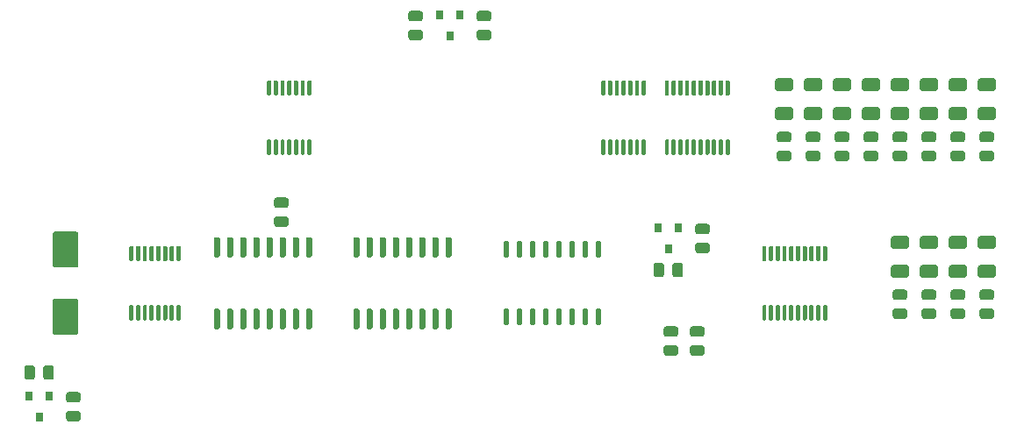
<source format=gbr>
%TF.GenerationSoftware,KiCad,Pcbnew,(5.1.10-1-10_14)*%
%TF.CreationDate,2021-11-15T09:00:54-05:00*%
%TF.ProjectId,FIFO-ram-buffer,4649464f-2d72-4616-9d2d-627566666572,rev?*%
%TF.SameCoordinates,Original*%
%TF.FileFunction,Paste,Top*%
%TF.FilePolarity,Positive*%
%FSLAX46Y46*%
G04 Gerber Fmt 4.6, Leading zero omitted, Abs format (unit mm)*
G04 Created by KiCad (PCBNEW (5.1.10-1-10_14)) date 2021-11-15 09:00:54*
%MOMM*%
%LPD*%
G01*
G04 APERTURE LIST*
%ADD10R,0.800000X0.900000*%
G04 APERTURE END LIST*
%TO.C,U8*%
G36*
G01*
X114310500Y-131662000D02*
X114035500Y-131662000D01*
G75*
G02*
X113898000Y-131524500I0J137500D01*
G01*
X113898000Y-130199500D01*
G75*
G02*
X114035500Y-130062000I137500J0D01*
G01*
X114310500Y-130062000D01*
G75*
G02*
X114448000Y-130199500I0J-137500D01*
G01*
X114448000Y-131524500D01*
G75*
G02*
X114310500Y-131662000I-137500J0D01*
G01*
G37*
G36*
G01*
X115580500Y-131662000D02*
X115305500Y-131662000D01*
G75*
G02*
X115168000Y-131524500I0J137500D01*
G01*
X115168000Y-130199500D01*
G75*
G02*
X115305500Y-130062000I137500J0D01*
G01*
X115580500Y-130062000D01*
G75*
G02*
X115718000Y-130199500I0J-137500D01*
G01*
X115718000Y-131524500D01*
G75*
G02*
X115580500Y-131662000I-137500J0D01*
G01*
G37*
G36*
G01*
X116850500Y-131662000D02*
X116575500Y-131662000D01*
G75*
G02*
X116438000Y-131524500I0J137500D01*
G01*
X116438000Y-130199500D01*
G75*
G02*
X116575500Y-130062000I137500J0D01*
G01*
X116850500Y-130062000D01*
G75*
G02*
X116988000Y-130199500I0J-137500D01*
G01*
X116988000Y-131524500D01*
G75*
G02*
X116850500Y-131662000I-137500J0D01*
G01*
G37*
G36*
G01*
X118120500Y-131662000D02*
X117845500Y-131662000D01*
G75*
G02*
X117708000Y-131524500I0J137500D01*
G01*
X117708000Y-130199500D01*
G75*
G02*
X117845500Y-130062000I137500J0D01*
G01*
X118120500Y-130062000D01*
G75*
G02*
X118258000Y-130199500I0J-137500D01*
G01*
X118258000Y-131524500D01*
G75*
G02*
X118120500Y-131662000I-137500J0D01*
G01*
G37*
G36*
G01*
X119390500Y-131662000D02*
X119115500Y-131662000D01*
G75*
G02*
X118978000Y-131524500I0J137500D01*
G01*
X118978000Y-130199500D01*
G75*
G02*
X119115500Y-130062000I137500J0D01*
G01*
X119390500Y-130062000D01*
G75*
G02*
X119528000Y-130199500I0J-137500D01*
G01*
X119528000Y-131524500D01*
G75*
G02*
X119390500Y-131662000I-137500J0D01*
G01*
G37*
G36*
G01*
X120660500Y-131662000D02*
X120385500Y-131662000D01*
G75*
G02*
X120248000Y-131524500I0J137500D01*
G01*
X120248000Y-130199500D01*
G75*
G02*
X120385500Y-130062000I137500J0D01*
G01*
X120660500Y-130062000D01*
G75*
G02*
X120798000Y-130199500I0J-137500D01*
G01*
X120798000Y-131524500D01*
G75*
G02*
X120660500Y-131662000I-137500J0D01*
G01*
G37*
G36*
G01*
X121930500Y-131662000D02*
X121655500Y-131662000D01*
G75*
G02*
X121518000Y-131524500I0J137500D01*
G01*
X121518000Y-130199500D01*
G75*
G02*
X121655500Y-130062000I137500J0D01*
G01*
X121930500Y-130062000D01*
G75*
G02*
X122068000Y-130199500I0J-137500D01*
G01*
X122068000Y-131524500D01*
G75*
G02*
X121930500Y-131662000I-137500J0D01*
G01*
G37*
G36*
G01*
X123200500Y-131662000D02*
X122925500Y-131662000D01*
G75*
G02*
X122788000Y-131524500I0J137500D01*
G01*
X122788000Y-130199500D01*
G75*
G02*
X122925500Y-130062000I137500J0D01*
G01*
X123200500Y-130062000D01*
G75*
G02*
X123338000Y-130199500I0J-137500D01*
G01*
X123338000Y-131524500D01*
G75*
G02*
X123200500Y-131662000I-137500J0D01*
G01*
G37*
G36*
G01*
X123200500Y-138162000D02*
X122925500Y-138162000D01*
G75*
G02*
X122788000Y-138024500I0J137500D01*
G01*
X122788000Y-136699500D01*
G75*
G02*
X122925500Y-136562000I137500J0D01*
G01*
X123200500Y-136562000D01*
G75*
G02*
X123338000Y-136699500I0J-137500D01*
G01*
X123338000Y-138024500D01*
G75*
G02*
X123200500Y-138162000I-137500J0D01*
G01*
G37*
G36*
G01*
X121930500Y-138162000D02*
X121655500Y-138162000D01*
G75*
G02*
X121518000Y-138024500I0J137500D01*
G01*
X121518000Y-136699500D01*
G75*
G02*
X121655500Y-136562000I137500J0D01*
G01*
X121930500Y-136562000D01*
G75*
G02*
X122068000Y-136699500I0J-137500D01*
G01*
X122068000Y-138024500D01*
G75*
G02*
X121930500Y-138162000I-137500J0D01*
G01*
G37*
G36*
G01*
X120660500Y-138162000D02*
X120385500Y-138162000D01*
G75*
G02*
X120248000Y-138024500I0J137500D01*
G01*
X120248000Y-136699500D01*
G75*
G02*
X120385500Y-136562000I137500J0D01*
G01*
X120660500Y-136562000D01*
G75*
G02*
X120798000Y-136699500I0J-137500D01*
G01*
X120798000Y-138024500D01*
G75*
G02*
X120660500Y-138162000I-137500J0D01*
G01*
G37*
G36*
G01*
X119390500Y-138162000D02*
X119115500Y-138162000D01*
G75*
G02*
X118978000Y-138024500I0J137500D01*
G01*
X118978000Y-136699500D01*
G75*
G02*
X119115500Y-136562000I137500J0D01*
G01*
X119390500Y-136562000D01*
G75*
G02*
X119528000Y-136699500I0J-137500D01*
G01*
X119528000Y-138024500D01*
G75*
G02*
X119390500Y-138162000I-137500J0D01*
G01*
G37*
G36*
G01*
X118120500Y-138162000D02*
X117845500Y-138162000D01*
G75*
G02*
X117708000Y-138024500I0J137500D01*
G01*
X117708000Y-136699500D01*
G75*
G02*
X117845500Y-136562000I137500J0D01*
G01*
X118120500Y-136562000D01*
G75*
G02*
X118258000Y-136699500I0J-137500D01*
G01*
X118258000Y-138024500D01*
G75*
G02*
X118120500Y-138162000I-137500J0D01*
G01*
G37*
G36*
G01*
X116850500Y-138162000D02*
X116575500Y-138162000D01*
G75*
G02*
X116438000Y-138024500I0J137500D01*
G01*
X116438000Y-136699500D01*
G75*
G02*
X116575500Y-136562000I137500J0D01*
G01*
X116850500Y-136562000D01*
G75*
G02*
X116988000Y-136699500I0J-137500D01*
G01*
X116988000Y-138024500D01*
G75*
G02*
X116850500Y-138162000I-137500J0D01*
G01*
G37*
G36*
G01*
X115580500Y-138162000D02*
X115305500Y-138162000D01*
G75*
G02*
X115168000Y-138024500I0J137500D01*
G01*
X115168000Y-136699500D01*
G75*
G02*
X115305500Y-136562000I137500J0D01*
G01*
X115580500Y-136562000D01*
G75*
G02*
X115718000Y-136699500I0J-137500D01*
G01*
X115718000Y-138024500D01*
G75*
G02*
X115580500Y-138162000I-137500J0D01*
G01*
G37*
G36*
G01*
X114310500Y-138162000D02*
X114035500Y-138162000D01*
G75*
G02*
X113898000Y-138024500I0J137500D01*
G01*
X113898000Y-136699500D01*
G75*
G02*
X114035500Y-136562000I137500J0D01*
G01*
X114310500Y-136562000D01*
G75*
G02*
X114448000Y-136699500I0J-137500D01*
G01*
X114448000Y-138024500D01*
G75*
G02*
X114310500Y-138162000I-137500J0D01*
G01*
G37*
%TD*%
%TO.C,U6*%
G36*
G01*
X99845000Y-131637000D02*
X99545000Y-131637000D01*
G75*
G02*
X99395000Y-131487000I0J150000D01*
G01*
X99395000Y-129812000D01*
G75*
G02*
X99545000Y-129662000I150000J0D01*
G01*
X99845000Y-129662000D01*
G75*
G02*
X99995000Y-129812000I0J-150000D01*
G01*
X99995000Y-131487000D01*
G75*
G02*
X99845000Y-131637000I-150000J0D01*
G01*
G37*
G36*
G01*
X101115000Y-131637000D02*
X100815000Y-131637000D01*
G75*
G02*
X100665000Y-131487000I0J150000D01*
G01*
X100665000Y-129812000D01*
G75*
G02*
X100815000Y-129662000I150000J0D01*
G01*
X101115000Y-129662000D01*
G75*
G02*
X101265000Y-129812000I0J-150000D01*
G01*
X101265000Y-131487000D01*
G75*
G02*
X101115000Y-131637000I-150000J0D01*
G01*
G37*
G36*
G01*
X102385000Y-131637000D02*
X102085000Y-131637000D01*
G75*
G02*
X101935000Y-131487000I0J150000D01*
G01*
X101935000Y-129812000D01*
G75*
G02*
X102085000Y-129662000I150000J0D01*
G01*
X102385000Y-129662000D01*
G75*
G02*
X102535000Y-129812000I0J-150000D01*
G01*
X102535000Y-131487000D01*
G75*
G02*
X102385000Y-131637000I-150000J0D01*
G01*
G37*
G36*
G01*
X103655000Y-131637000D02*
X103355000Y-131637000D01*
G75*
G02*
X103205000Y-131487000I0J150000D01*
G01*
X103205000Y-129812000D01*
G75*
G02*
X103355000Y-129662000I150000J0D01*
G01*
X103655000Y-129662000D01*
G75*
G02*
X103805000Y-129812000I0J-150000D01*
G01*
X103805000Y-131487000D01*
G75*
G02*
X103655000Y-131637000I-150000J0D01*
G01*
G37*
G36*
G01*
X104925000Y-131637000D02*
X104625000Y-131637000D01*
G75*
G02*
X104475000Y-131487000I0J150000D01*
G01*
X104475000Y-129812000D01*
G75*
G02*
X104625000Y-129662000I150000J0D01*
G01*
X104925000Y-129662000D01*
G75*
G02*
X105075000Y-129812000I0J-150000D01*
G01*
X105075000Y-131487000D01*
G75*
G02*
X104925000Y-131637000I-150000J0D01*
G01*
G37*
G36*
G01*
X106195000Y-131637000D02*
X105895000Y-131637000D01*
G75*
G02*
X105745000Y-131487000I0J150000D01*
G01*
X105745000Y-129812000D01*
G75*
G02*
X105895000Y-129662000I150000J0D01*
G01*
X106195000Y-129662000D01*
G75*
G02*
X106345000Y-129812000I0J-150000D01*
G01*
X106345000Y-131487000D01*
G75*
G02*
X106195000Y-131637000I-150000J0D01*
G01*
G37*
G36*
G01*
X107465000Y-131637000D02*
X107165000Y-131637000D01*
G75*
G02*
X107015000Y-131487000I0J150000D01*
G01*
X107015000Y-129812000D01*
G75*
G02*
X107165000Y-129662000I150000J0D01*
G01*
X107465000Y-129662000D01*
G75*
G02*
X107615000Y-129812000I0J-150000D01*
G01*
X107615000Y-131487000D01*
G75*
G02*
X107465000Y-131637000I-150000J0D01*
G01*
G37*
G36*
G01*
X108735000Y-131637000D02*
X108435000Y-131637000D01*
G75*
G02*
X108285000Y-131487000I0J150000D01*
G01*
X108285000Y-129812000D01*
G75*
G02*
X108435000Y-129662000I150000J0D01*
G01*
X108735000Y-129662000D01*
G75*
G02*
X108885000Y-129812000I0J-150000D01*
G01*
X108885000Y-131487000D01*
G75*
G02*
X108735000Y-131637000I-150000J0D01*
G01*
G37*
G36*
G01*
X108735000Y-138562000D02*
X108435000Y-138562000D01*
G75*
G02*
X108285000Y-138412000I0J150000D01*
G01*
X108285000Y-136737000D01*
G75*
G02*
X108435000Y-136587000I150000J0D01*
G01*
X108735000Y-136587000D01*
G75*
G02*
X108885000Y-136737000I0J-150000D01*
G01*
X108885000Y-138412000D01*
G75*
G02*
X108735000Y-138562000I-150000J0D01*
G01*
G37*
G36*
G01*
X107465000Y-138562000D02*
X107165000Y-138562000D01*
G75*
G02*
X107015000Y-138412000I0J150000D01*
G01*
X107015000Y-136737000D01*
G75*
G02*
X107165000Y-136587000I150000J0D01*
G01*
X107465000Y-136587000D01*
G75*
G02*
X107615000Y-136737000I0J-150000D01*
G01*
X107615000Y-138412000D01*
G75*
G02*
X107465000Y-138562000I-150000J0D01*
G01*
G37*
G36*
G01*
X106195000Y-138562000D02*
X105895000Y-138562000D01*
G75*
G02*
X105745000Y-138412000I0J150000D01*
G01*
X105745000Y-136737000D01*
G75*
G02*
X105895000Y-136587000I150000J0D01*
G01*
X106195000Y-136587000D01*
G75*
G02*
X106345000Y-136737000I0J-150000D01*
G01*
X106345000Y-138412000D01*
G75*
G02*
X106195000Y-138562000I-150000J0D01*
G01*
G37*
G36*
G01*
X104925000Y-138562000D02*
X104625000Y-138562000D01*
G75*
G02*
X104475000Y-138412000I0J150000D01*
G01*
X104475000Y-136737000D01*
G75*
G02*
X104625000Y-136587000I150000J0D01*
G01*
X104925000Y-136587000D01*
G75*
G02*
X105075000Y-136737000I0J-150000D01*
G01*
X105075000Y-138412000D01*
G75*
G02*
X104925000Y-138562000I-150000J0D01*
G01*
G37*
G36*
G01*
X103655000Y-138562000D02*
X103355000Y-138562000D01*
G75*
G02*
X103205000Y-138412000I0J150000D01*
G01*
X103205000Y-136737000D01*
G75*
G02*
X103355000Y-136587000I150000J0D01*
G01*
X103655000Y-136587000D01*
G75*
G02*
X103805000Y-136737000I0J-150000D01*
G01*
X103805000Y-138412000D01*
G75*
G02*
X103655000Y-138562000I-150000J0D01*
G01*
G37*
G36*
G01*
X102385000Y-138562000D02*
X102085000Y-138562000D01*
G75*
G02*
X101935000Y-138412000I0J150000D01*
G01*
X101935000Y-136737000D01*
G75*
G02*
X102085000Y-136587000I150000J0D01*
G01*
X102385000Y-136587000D01*
G75*
G02*
X102535000Y-136737000I0J-150000D01*
G01*
X102535000Y-138412000D01*
G75*
G02*
X102385000Y-138562000I-150000J0D01*
G01*
G37*
G36*
G01*
X101115000Y-138562000D02*
X100815000Y-138562000D01*
G75*
G02*
X100665000Y-138412000I0J150000D01*
G01*
X100665000Y-136737000D01*
G75*
G02*
X100815000Y-136587000I150000J0D01*
G01*
X101115000Y-136587000D01*
G75*
G02*
X101265000Y-136737000I0J-150000D01*
G01*
X101265000Y-138412000D01*
G75*
G02*
X101115000Y-138562000I-150000J0D01*
G01*
G37*
G36*
G01*
X99845000Y-138562000D02*
X99545000Y-138562000D01*
G75*
G02*
X99395000Y-138412000I0J150000D01*
G01*
X99395000Y-136737000D01*
G75*
G02*
X99545000Y-136587000I150000J0D01*
G01*
X99845000Y-136587000D01*
G75*
G02*
X99995000Y-136737000I0J-150000D01*
G01*
X99995000Y-138412000D01*
G75*
G02*
X99845000Y-138562000I-150000J0D01*
G01*
G37*
%TD*%
%TO.C,U4*%
G36*
G01*
X86383000Y-131637000D02*
X86083000Y-131637000D01*
G75*
G02*
X85933000Y-131487000I0J150000D01*
G01*
X85933000Y-129812000D01*
G75*
G02*
X86083000Y-129662000I150000J0D01*
G01*
X86383000Y-129662000D01*
G75*
G02*
X86533000Y-129812000I0J-150000D01*
G01*
X86533000Y-131487000D01*
G75*
G02*
X86383000Y-131637000I-150000J0D01*
G01*
G37*
G36*
G01*
X87653000Y-131637000D02*
X87353000Y-131637000D01*
G75*
G02*
X87203000Y-131487000I0J150000D01*
G01*
X87203000Y-129812000D01*
G75*
G02*
X87353000Y-129662000I150000J0D01*
G01*
X87653000Y-129662000D01*
G75*
G02*
X87803000Y-129812000I0J-150000D01*
G01*
X87803000Y-131487000D01*
G75*
G02*
X87653000Y-131637000I-150000J0D01*
G01*
G37*
G36*
G01*
X88923000Y-131637000D02*
X88623000Y-131637000D01*
G75*
G02*
X88473000Y-131487000I0J150000D01*
G01*
X88473000Y-129812000D01*
G75*
G02*
X88623000Y-129662000I150000J0D01*
G01*
X88923000Y-129662000D01*
G75*
G02*
X89073000Y-129812000I0J-150000D01*
G01*
X89073000Y-131487000D01*
G75*
G02*
X88923000Y-131637000I-150000J0D01*
G01*
G37*
G36*
G01*
X90193000Y-131637000D02*
X89893000Y-131637000D01*
G75*
G02*
X89743000Y-131487000I0J150000D01*
G01*
X89743000Y-129812000D01*
G75*
G02*
X89893000Y-129662000I150000J0D01*
G01*
X90193000Y-129662000D01*
G75*
G02*
X90343000Y-129812000I0J-150000D01*
G01*
X90343000Y-131487000D01*
G75*
G02*
X90193000Y-131637000I-150000J0D01*
G01*
G37*
G36*
G01*
X91463000Y-131637000D02*
X91163000Y-131637000D01*
G75*
G02*
X91013000Y-131487000I0J150000D01*
G01*
X91013000Y-129812000D01*
G75*
G02*
X91163000Y-129662000I150000J0D01*
G01*
X91463000Y-129662000D01*
G75*
G02*
X91613000Y-129812000I0J-150000D01*
G01*
X91613000Y-131487000D01*
G75*
G02*
X91463000Y-131637000I-150000J0D01*
G01*
G37*
G36*
G01*
X92733000Y-131637000D02*
X92433000Y-131637000D01*
G75*
G02*
X92283000Y-131487000I0J150000D01*
G01*
X92283000Y-129812000D01*
G75*
G02*
X92433000Y-129662000I150000J0D01*
G01*
X92733000Y-129662000D01*
G75*
G02*
X92883000Y-129812000I0J-150000D01*
G01*
X92883000Y-131487000D01*
G75*
G02*
X92733000Y-131637000I-150000J0D01*
G01*
G37*
G36*
G01*
X94003000Y-131637000D02*
X93703000Y-131637000D01*
G75*
G02*
X93553000Y-131487000I0J150000D01*
G01*
X93553000Y-129812000D01*
G75*
G02*
X93703000Y-129662000I150000J0D01*
G01*
X94003000Y-129662000D01*
G75*
G02*
X94153000Y-129812000I0J-150000D01*
G01*
X94153000Y-131487000D01*
G75*
G02*
X94003000Y-131637000I-150000J0D01*
G01*
G37*
G36*
G01*
X95273000Y-131637000D02*
X94973000Y-131637000D01*
G75*
G02*
X94823000Y-131487000I0J150000D01*
G01*
X94823000Y-129812000D01*
G75*
G02*
X94973000Y-129662000I150000J0D01*
G01*
X95273000Y-129662000D01*
G75*
G02*
X95423000Y-129812000I0J-150000D01*
G01*
X95423000Y-131487000D01*
G75*
G02*
X95273000Y-131637000I-150000J0D01*
G01*
G37*
G36*
G01*
X95273000Y-138562000D02*
X94973000Y-138562000D01*
G75*
G02*
X94823000Y-138412000I0J150000D01*
G01*
X94823000Y-136737000D01*
G75*
G02*
X94973000Y-136587000I150000J0D01*
G01*
X95273000Y-136587000D01*
G75*
G02*
X95423000Y-136737000I0J-150000D01*
G01*
X95423000Y-138412000D01*
G75*
G02*
X95273000Y-138562000I-150000J0D01*
G01*
G37*
G36*
G01*
X94003000Y-138562000D02*
X93703000Y-138562000D01*
G75*
G02*
X93553000Y-138412000I0J150000D01*
G01*
X93553000Y-136737000D01*
G75*
G02*
X93703000Y-136587000I150000J0D01*
G01*
X94003000Y-136587000D01*
G75*
G02*
X94153000Y-136737000I0J-150000D01*
G01*
X94153000Y-138412000D01*
G75*
G02*
X94003000Y-138562000I-150000J0D01*
G01*
G37*
G36*
G01*
X92733000Y-138562000D02*
X92433000Y-138562000D01*
G75*
G02*
X92283000Y-138412000I0J150000D01*
G01*
X92283000Y-136737000D01*
G75*
G02*
X92433000Y-136587000I150000J0D01*
G01*
X92733000Y-136587000D01*
G75*
G02*
X92883000Y-136737000I0J-150000D01*
G01*
X92883000Y-138412000D01*
G75*
G02*
X92733000Y-138562000I-150000J0D01*
G01*
G37*
G36*
G01*
X91463000Y-138562000D02*
X91163000Y-138562000D01*
G75*
G02*
X91013000Y-138412000I0J150000D01*
G01*
X91013000Y-136737000D01*
G75*
G02*
X91163000Y-136587000I150000J0D01*
G01*
X91463000Y-136587000D01*
G75*
G02*
X91613000Y-136737000I0J-150000D01*
G01*
X91613000Y-138412000D01*
G75*
G02*
X91463000Y-138562000I-150000J0D01*
G01*
G37*
G36*
G01*
X90193000Y-138562000D02*
X89893000Y-138562000D01*
G75*
G02*
X89743000Y-138412000I0J150000D01*
G01*
X89743000Y-136737000D01*
G75*
G02*
X89893000Y-136587000I150000J0D01*
G01*
X90193000Y-136587000D01*
G75*
G02*
X90343000Y-136737000I0J-150000D01*
G01*
X90343000Y-138412000D01*
G75*
G02*
X90193000Y-138562000I-150000J0D01*
G01*
G37*
G36*
G01*
X88923000Y-138562000D02*
X88623000Y-138562000D01*
G75*
G02*
X88473000Y-138412000I0J150000D01*
G01*
X88473000Y-136737000D01*
G75*
G02*
X88623000Y-136587000I150000J0D01*
G01*
X88923000Y-136587000D01*
G75*
G02*
X89073000Y-136737000I0J-150000D01*
G01*
X89073000Y-138412000D01*
G75*
G02*
X88923000Y-138562000I-150000J0D01*
G01*
G37*
G36*
G01*
X87653000Y-138562000D02*
X87353000Y-138562000D01*
G75*
G02*
X87203000Y-138412000I0J150000D01*
G01*
X87203000Y-136737000D01*
G75*
G02*
X87353000Y-136587000I150000J0D01*
G01*
X87653000Y-136587000D01*
G75*
G02*
X87803000Y-136737000I0J-150000D01*
G01*
X87803000Y-138412000D01*
G75*
G02*
X87653000Y-138562000I-150000J0D01*
G01*
G37*
G36*
G01*
X86383000Y-138562000D02*
X86083000Y-138562000D01*
G75*
G02*
X85933000Y-138412000I0J150000D01*
G01*
X85933000Y-136737000D01*
G75*
G02*
X86083000Y-136587000I150000J0D01*
G01*
X86383000Y-136587000D01*
G75*
G02*
X86533000Y-136737000I0J-150000D01*
G01*
X86533000Y-138412000D01*
G75*
G02*
X86383000Y-138562000I-150000J0D01*
G01*
G37*
%TD*%
%TO.C,U1*%
G36*
G01*
X91368000Y-115985000D02*
X91168000Y-115985000D01*
G75*
G02*
X91068000Y-115885000I0J100000D01*
G01*
X91068000Y-114610000D01*
G75*
G02*
X91168000Y-114510000I100000J0D01*
G01*
X91368000Y-114510000D01*
G75*
G02*
X91468000Y-114610000I0J-100000D01*
G01*
X91468000Y-115885000D01*
G75*
G02*
X91368000Y-115985000I-100000J0D01*
G01*
G37*
G36*
G01*
X92018000Y-115985000D02*
X91818000Y-115985000D01*
G75*
G02*
X91718000Y-115885000I0J100000D01*
G01*
X91718000Y-114610000D01*
G75*
G02*
X91818000Y-114510000I100000J0D01*
G01*
X92018000Y-114510000D01*
G75*
G02*
X92118000Y-114610000I0J-100000D01*
G01*
X92118000Y-115885000D01*
G75*
G02*
X92018000Y-115985000I-100000J0D01*
G01*
G37*
G36*
G01*
X92668000Y-115985000D02*
X92468000Y-115985000D01*
G75*
G02*
X92368000Y-115885000I0J100000D01*
G01*
X92368000Y-114610000D01*
G75*
G02*
X92468000Y-114510000I100000J0D01*
G01*
X92668000Y-114510000D01*
G75*
G02*
X92768000Y-114610000I0J-100000D01*
G01*
X92768000Y-115885000D01*
G75*
G02*
X92668000Y-115985000I-100000J0D01*
G01*
G37*
G36*
G01*
X93318000Y-115985000D02*
X93118000Y-115985000D01*
G75*
G02*
X93018000Y-115885000I0J100000D01*
G01*
X93018000Y-114610000D01*
G75*
G02*
X93118000Y-114510000I100000J0D01*
G01*
X93318000Y-114510000D01*
G75*
G02*
X93418000Y-114610000I0J-100000D01*
G01*
X93418000Y-115885000D01*
G75*
G02*
X93318000Y-115985000I-100000J0D01*
G01*
G37*
G36*
G01*
X93968000Y-115985000D02*
X93768000Y-115985000D01*
G75*
G02*
X93668000Y-115885000I0J100000D01*
G01*
X93668000Y-114610000D01*
G75*
G02*
X93768000Y-114510000I100000J0D01*
G01*
X93968000Y-114510000D01*
G75*
G02*
X94068000Y-114610000I0J-100000D01*
G01*
X94068000Y-115885000D01*
G75*
G02*
X93968000Y-115985000I-100000J0D01*
G01*
G37*
G36*
G01*
X94618000Y-115985000D02*
X94418000Y-115985000D01*
G75*
G02*
X94318000Y-115885000I0J100000D01*
G01*
X94318000Y-114610000D01*
G75*
G02*
X94418000Y-114510000I100000J0D01*
G01*
X94618000Y-114510000D01*
G75*
G02*
X94718000Y-114610000I0J-100000D01*
G01*
X94718000Y-115885000D01*
G75*
G02*
X94618000Y-115985000I-100000J0D01*
G01*
G37*
G36*
G01*
X95268000Y-115985000D02*
X95068000Y-115985000D01*
G75*
G02*
X94968000Y-115885000I0J100000D01*
G01*
X94968000Y-114610000D01*
G75*
G02*
X95068000Y-114510000I100000J0D01*
G01*
X95268000Y-114510000D01*
G75*
G02*
X95368000Y-114610000I0J-100000D01*
G01*
X95368000Y-115885000D01*
G75*
G02*
X95268000Y-115985000I-100000J0D01*
G01*
G37*
G36*
G01*
X95268000Y-121710000D02*
X95068000Y-121710000D01*
G75*
G02*
X94968000Y-121610000I0J100000D01*
G01*
X94968000Y-120335000D01*
G75*
G02*
X95068000Y-120235000I100000J0D01*
G01*
X95268000Y-120235000D01*
G75*
G02*
X95368000Y-120335000I0J-100000D01*
G01*
X95368000Y-121610000D01*
G75*
G02*
X95268000Y-121710000I-100000J0D01*
G01*
G37*
G36*
G01*
X94618000Y-121710000D02*
X94418000Y-121710000D01*
G75*
G02*
X94318000Y-121610000I0J100000D01*
G01*
X94318000Y-120335000D01*
G75*
G02*
X94418000Y-120235000I100000J0D01*
G01*
X94618000Y-120235000D01*
G75*
G02*
X94718000Y-120335000I0J-100000D01*
G01*
X94718000Y-121610000D01*
G75*
G02*
X94618000Y-121710000I-100000J0D01*
G01*
G37*
G36*
G01*
X93968000Y-121710000D02*
X93768000Y-121710000D01*
G75*
G02*
X93668000Y-121610000I0J100000D01*
G01*
X93668000Y-120335000D01*
G75*
G02*
X93768000Y-120235000I100000J0D01*
G01*
X93968000Y-120235000D01*
G75*
G02*
X94068000Y-120335000I0J-100000D01*
G01*
X94068000Y-121610000D01*
G75*
G02*
X93968000Y-121710000I-100000J0D01*
G01*
G37*
G36*
G01*
X93318000Y-121710000D02*
X93118000Y-121710000D01*
G75*
G02*
X93018000Y-121610000I0J100000D01*
G01*
X93018000Y-120335000D01*
G75*
G02*
X93118000Y-120235000I100000J0D01*
G01*
X93318000Y-120235000D01*
G75*
G02*
X93418000Y-120335000I0J-100000D01*
G01*
X93418000Y-121610000D01*
G75*
G02*
X93318000Y-121710000I-100000J0D01*
G01*
G37*
G36*
G01*
X92668000Y-121710000D02*
X92468000Y-121710000D01*
G75*
G02*
X92368000Y-121610000I0J100000D01*
G01*
X92368000Y-120335000D01*
G75*
G02*
X92468000Y-120235000I100000J0D01*
G01*
X92668000Y-120235000D01*
G75*
G02*
X92768000Y-120335000I0J-100000D01*
G01*
X92768000Y-121610000D01*
G75*
G02*
X92668000Y-121710000I-100000J0D01*
G01*
G37*
G36*
G01*
X92018000Y-121710000D02*
X91818000Y-121710000D01*
G75*
G02*
X91718000Y-121610000I0J100000D01*
G01*
X91718000Y-120335000D01*
G75*
G02*
X91818000Y-120235000I100000J0D01*
G01*
X92018000Y-120235000D01*
G75*
G02*
X92118000Y-120335000I0J-100000D01*
G01*
X92118000Y-121610000D01*
G75*
G02*
X92018000Y-121710000I-100000J0D01*
G01*
G37*
G36*
G01*
X91368000Y-121710000D02*
X91168000Y-121710000D01*
G75*
G02*
X91068000Y-121610000I0J100000D01*
G01*
X91068000Y-120335000D01*
G75*
G02*
X91168000Y-120235000I100000J0D01*
G01*
X91368000Y-120235000D01*
G75*
G02*
X91468000Y-120335000I0J-100000D01*
G01*
X91468000Y-121610000D01*
G75*
G02*
X91368000Y-121710000I-100000J0D01*
G01*
G37*
%TD*%
%TO.C,U10*%
G36*
G01*
X129763000Y-115985000D02*
X129563000Y-115985000D01*
G75*
G02*
X129463000Y-115885000I0J100000D01*
G01*
X129463000Y-114610000D01*
G75*
G02*
X129563000Y-114510000I100000J0D01*
G01*
X129763000Y-114510000D01*
G75*
G02*
X129863000Y-114610000I0J-100000D01*
G01*
X129863000Y-115885000D01*
G75*
G02*
X129763000Y-115985000I-100000J0D01*
G01*
G37*
G36*
G01*
X130413000Y-115985000D02*
X130213000Y-115985000D01*
G75*
G02*
X130113000Y-115885000I0J100000D01*
G01*
X130113000Y-114610000D01*
G75*
G02*
X130213000Y-114510000I100000J0D01*
G01*
X130413000Y-114510000D01*
G75*
G02*
X130513000Y-114610000I0J-100000D01*
G01*
X130513000Y-115885000D01*
G75*
G02*
X130413000Y-115985000I-100000J0D01*
G01*
G37*
G36*
G01*
X131063000Y-115985000D02*
X130863000Y-115985000D01*
G75*
G02*
X130763000Y-115885000I0J100000D01*
G01*
X130763000Y-114610000D01*
G75*
G02*
X130863000Y-114510000I100000J0D01*
G01*
X131063000Y-114510000D01*
G75*
G02*
X131163000Y-114610000I0J-100000D01*
G01*
X131163000Y-115885000D01*
G75*
G02*
X131063000Y-115985000I-100000J0D01*
G01*
G37*
G36*
G01*
X131713000Y-115985000D02*
X131513000Y-115985000D01*
G75*
G02*
X131413000Y-115885000I0J100000D01*
G01*
X131413000Y-114610000D01*
G75*
G02*
X131513000Y-114510000I100000J0D01*
G01*
X131713000Y-114510000D01*
G75*
G02*
X131813000Y-114610000I0J-100000D01*
G01*
X131813000Y-115885000D01*
G75*
G02*
X131713000Y-115985000I-100000J0D01*
G01*
G37*
G36*
G01*
X132363000Y-115985000D02*
X132163000Y-115985000D01*
G75*
G02*
X132063000Y-115885000I0J100000D01*
G01*
X132063000Y-114610000D01*
G75*
G02*
X132163000Y-114510000I100000J0D01*
G01*
X132363000Y-114510000D01*
G75*
G02*
X132463000Y-114610000I0J-100000D01*
G01*
X132463000Y-115885000D01*
G75*
G02*
X132363000Y-115985000I-100000J0D01*
G01*
G37*
G36*
G01*
X133013000Y-115985000D02*
X132813000Y-115985000D01*
G75*
G02*
X132713000Y-115885000I0J100000D01*
G01*
X132713000Y-114610000D01*
G75*
G02*
X132813000Y-114510000I100000J0D01*
G01*
X133013000Y-114510000D01*
G75*
G02*
X133113000Y-114610000I0J-100000D01*
G01*
X133113000Y-115885000D01*
G75*
G02*
X133013000Y-115985000I-100000J0D01*
G01*
G37*
G36*
G01*
X133663000Y-115985000D02*
X133463000Y-115985000D01*
G75*
G02*
X133363000Y-115885000I0J100000D01*
G01*
X133363000Y-114610000D01*
G75*
G02*
X133463000Y-114510000I100000J0D01*
G01*
X133663000Y-114510000D01*
G75*
G02*
X133763000Y-114610000I0J-100000D01*
G01*
X133763000Y-115885000D01*
G75*
G02*
X133663000Y-115985000I-100000J0D01*
G01*
G37*
G36*
G01*
X134313000Y-115985000D02*
X134113000Y-115985000D01*
G75*
G02*
X134013000Y-115885000I0J100000D01*
G01*
X134013000Y-114610000D01*
G75*
G02*
X134113000Y-114510000I100000J0D01*
G01*
X134313000Y-114510000D01*
G75*
G02*
X134413000Y-114610000I0J-100000D01*
G01*
X134413000Y-115885000D01*
G75*
G02*
X134313000Y-115985000I-100000J0D01*
G01*
G37*
G36*
G01*
X134963000Y-115985000D02*
X134763000Y-115985000D01*
G75*
G02*
X134663000Y-115885000I0J100000D01*
G01*
X134663000Y-114610000D01*
G75*
G02*
X134763000Y-114510000I100000J0D01*
G01*
X134963000Y-114510000D01*
G75*
G02*
X135063000Y-114610000I0J-100000D01*
G01*
X135063000Y-115885000D01*
G75*
G02*
X134963000Y-115985000I-100000J0D01*
G01*
G37*
G36*
G01*
X135613000Y-115985000D02*
X135413000Y-115985000D01*
G75*
G02*
X135313000Y-115885000I0J100000D01*
G01*
X135313000Y-114610000D01*
G75*
G02*
X135413000Y-114510000I100000J0D01*
G01*
X135613000Y-114510000D01*
G75*
G02*
X135713000Y-114610000I0J-100000D01*
G01*
X135713000Y-115885000D01*
G75*
G02*
X135613000Y-115985000I-100000J0D01*
G01*
G37*
G36*
G01*
X135613000Y-121710000D02*
X135413000Y-121710000D01*
G75*
G02*
X135313000Y-121610000I0J100000D01*
G01*
X135313000Y-120335000D01*
G75*
G02*
X135413000Y-120235000I100000J0D01*
G01*
X135613000Y-120235000D01*
G75*
G02*
X135713000Y-120335000I0J-100000D01*
G01*
X135713000Y-121610000D01*
G75*
G02*
X135613000Y-121710000I-100000J0D01*
G01*
G37*
G36*
G01*
X134963000Y-121710000D02*
X134763000Y-121710000D01*
G75*
G02*
X134663000Y-121610000I0J100000D01*
G01*
X134663000Y-120335000D01*
G75*
G02*
X134763000Y-120235000I100000J0D01*
G01*
X134963000Y-120235000D01*
G75*
G02*
X135063000Y-120335000I0J-100000D01*
G01*
X135063000Y-121610000D01*
G75*
G02*
X134963000Y-121710000I-100000J0D01*
G01*
G37*
G36*
G01*
X134313000Y-121710000D02*
X134113000Y-121710000D01*
G75*
G02*
X134013000Y-121610000I0J100000D01*
G01*
X134013000Y-120335000D01*
G75*
G02*
X134113000Y-120235000I100000J0D01*
G01*
X134313000Y-120235000D01*
G75*
G02*
X134413000Y-120335000I0J-100000D01*
G01*
X134413000Y-121610000D01*
G75*
G02*
X134313000Y-121710000I-100000J0D01*
G01*
G37*
G36*
G01*
X133663000Y-121710000D02*
X133463000Y-121710000D01*
G75*
G02*
X133363000Y-121610000I0J100000D01*
G01*
X133363000Y-120335000D01*
G75*
G02*
X133463000Y-120235000I100000J0D01*
G01*
X133663000Y-120235000D01*
G75*
G02*
X133763000Y-120335000I0J-100000D01*
G01*
X133763000Y-121610000D01*
G75*
G02*
X133663000Y-121710000I-100000J0D01*
G01*
G37*
G36*
G01*
X133013000Y-121710000D02*
X132813000Y-121710000D01*
G75*
G02*
X132713000Y-121610000I0J100000D01*
G01*
X132713000Y-120335000D01*
G75*
G02*
X132813000Y-120235000I100000J0D01*
G01*
X133013000Y-120235000D01*
G75*
G02*
X133113000Y-120335000I0J-100000D01*
G01*
X133113000Y-121610000D01*
G75*
G02*
X133013000Y-121710000I-100000J0D01*
G01*
G37*
G36*
G01*
X132363000Y-121710000D02*
X132163000Y-121710000D01*
G75*
G02*
X132063000Y-121610000I0J100000D01*
G01*
X132063000Y-120335000D01*
G75*
G02*
X132163000Y-120235000I100000J0D01*
G01*
X132363000Y-120235000D01*
G75*
G02*
X132463000Y-120335000I0J-100000D01*
G01*
X132463000Y-121610000D01*
G75*
G02*
X132363000Y-121710000I-100000J0D01*
G01*
G37*
G36*
G01*
X131713000Y-121710000D02*
X131513000Y-121710000D01*
G75*
G02*
X131413000Y-121610000I0J100000D01*
G01*
X131413000Y-120335000D01*
G75*
G02*
X131513000Y-120235000I100000J0D01*
G01*
X131713000Y-120235000D01*
G75*
G02*
X131813000Y-120335000I0J-100000D01*
G01*
X131813000Y-121610000D01*
G75*
G02*
X131713000Y-121710000I-100000J0D01*
G01*
G37*
G36*
G01*
X131063000Y-121710000D02*
X130863000Y-121710000D01*
G75*
G02*
X130763000Y-121610000I0J100000D01*
G01*
X130763000Y-120335000D01*
G75*
G02*
X130863000Y-120235000I100000J0D01*
G01*
X131063000Y-120235000D01*
G75*
G02*
X131163000Y-120335000I0J-100000D01*
G01*
X131163000Y-121610000D01*
G75*
G02*
X131063000Y-121710000I-100000J0D01*
G01*
G37*
G36*
G01*
X130413000Y-121710000D02*
X130213000Y-121710000D01*
G75*
G02*
X130113000Y-121610000I0J100000D01*
G01*
X130113000Y-120335000D01*
G75*
G02*
X130213000Y-120235000I100000J0D01*
G01*
X130413000Y-120235000D01*
G75*
G02*
X130513000Y-120335000I0J-100000D01*
G01*
X130513000Y-121610000D01*
G75*
G02*
X130413000Y-121710000I-100000J0D01*
G01*
G37*
G36*
G01*
X129763000Y-121710000D02*
X129563000Y-121710000D01*
G75*
G02*
X129463000Y-121610000I0J100000D01*
G01*
X129463000Y-120335000D01*
G75*
G02*
X129563000Y-120235000I100000J0D01*
G01*
X129763000Y-120235000D01*
G75*
G02*
X129863000Y-120335000I0J-100000D01*
G01*
X129863000Y-121610000D01*
G75*
G02*
X129763000Y-121710000I-100000J0D01*
G01*
G37*
%TD*%
%TO.C,U9*%
G36*
G01*
X139161000Y-131987000D02*
X138961000Y-131987000D01*
G75*
G02*
X138861000Y-131887000I0J100000D01*
G01*
X138861000Y-130612000D01*
G75*
G02*
X138961000Y-130512000I100000J0D01*
G01*
X139161000Y-130512000D01*
G75*
G02*
X139261000Y-130612000I0J-100000D01*
G01*
X139261000Y-131887000D01*
G75*
G02*
X139161000Y-131987000I-100000J0D01*
G01*
G37*
G36*
G01*
X139811000Y-131987000D02*
X139611000Y-131987000D01*
G75*
G02*
X139511000Y-131887000I0J100000D01*
G01*
X139511000Y-130612000D01*
G75*
G02*
X139611000Y-130512000I100000J0D01*
G01*
X139811000Y-130512000D01*
G75*
G02*
X139911000Y-130612000I0J-100000D01*
G01*
X139911000Y-131887000D01*
G75*
G02*
X139811000Y-131987000I-100000J0D01*
G01*
G37*
G36*
G01*
X140461000Y-131987000D02*
X140261000Y-131987000D01*
G75*
G02*
X140161000Y-131887000I0J100000D01*
G01*
X140161000Y-130612000D01*
G75*
G02*
X140261000Y-130512000I100000J0D01*
G01*
X140461000Y-130512000D01*
G75*
G02*
X140561000Y-130612000I0J-100000D01*
G01*
X140561000Y-131887000D01*
G75*
G02*
X140461000Y-131987000I-100000J0D01*
G01*
G37*
G36*
G01*
X141111000Y-131987000D02*
X140911000Y-131987000D01*
G75*
G02*
X140811000Y-131887000I0J100000D01*
G01*
X140811000Y-130612000D01*
G75*
G02*
X140911000Y-130512000I100000J0D01*
G01*
X141111000Y-130512000D01*
G75*
G02*
X141211000Y-130612000I0J-100000D01*
G01*
X141211000Y-131887000D01*
G75*
G02*
X141111000Y-131987000I-100000J0D01*
G01*
G37*
G36*
G01*
X141761000Y-131987000D02*
X141561000Y-131987000D01*
G75*
G02*
X141461000Y-131887000I0J100000D01*
G01*
X141461000Y-130612000D01*
G75*
G02*
X141561000Y-130512000I100000J0D01*
G01*
X141761000Y-130512000D01*
G75*
G02*
X141861000Y-130612000I0J-100000D01*
G01*
X141861000Y-131887000D01*
G75*
G02*
X141761000Y-131987000I-100000J0D01*
G01*
G37*
G36*
G01*
X142411000Y-131987000D02*
X142211000Y-131987000D01*
G75*
G02*
X142111000Y-131887000I0J100000D01*
G01*
X142111000Y-130612000D01*
G75*
G02*
X142211000Y-130512000I100000J0D01*
G01*
X142411000Y-130512000D01*
G75*
G02*
X142511000Y-130612000I0J-100000D01*
G01*
X142511000Y-131887000D01*
G75*
G02*
X142411000Y-131987000I-100000J0D01*
G01*
G37*
G36*
G01*
X143061000Y-131987000D02*
X142861000Y-131987000D01*
G75*
G02*
X142761000Y-131887000I0J100000D01*
G01*
X142761000Y-130612000D01*
G75*
G02*
X142861000Y-130512000I100000J0D01*
G01*
X143061000Y-130512000D01*
G75*
G02*
X143161000Y-130612000I0J-100000D01*
G01*
X143161000Y-131887000D01*
G75*
G02*
X143061000Y-131987000I-100000J0D01*
G01*
G37*
G36*
G01*
X143711000Y-131987000D02*
X143511000Y-131987000D01*
G75*
G02*
X143411000Y-131887000I0J100000D01*
G01*
X143411000Y-130612000D01*
G75*
G02*
X143511000Y-130512000I100000J0D01*
G01*
X143711000Y-130512000D01*
G75*
G02*
X143811000Y-130612000I0J-100000D01*
G01*
X143811000Y-131887000D01*
G75*
G02*
X143711000Y-131987000I-100000J0D01*
G01*
G37*
G36*
G01*
X144361000Y-131987000D02*
X144161000Y-131987000D01*
G75*
G02*
X144061000Y-131887000I0J100000D01*
G01*
X144061000Y-130612000D01*
G75*
G02*
X144161000Y-130512000I100000J0D01*
G01*
X144361000Y-130512000D01*
G75*
G02*
X144461000Y-130612000I0J-100000D01*
G01*
X144461000Y-131887000D01*
G75*
G02*
X144361000Y-131987000I-100000J0D01*
G01*
G37*
G36*
G01*
X145011000Y-131987000D02*
X144811000Y-131987000D01*
G75*
G02*
X144711000Y-131887000I0J100000D01*
G01*
X144711000Y-130612000D01*
G75*
G02*
X144811000Y-130512000I100000J0D01*
G01*
X145011000Y-130512000D01*
G75*
G02*
X145111000Y-130612000I0J-100000D01*
G01*
X145111000Y-131887000D01*
G75*
G02*
X145011000Y-131987000I-100000J0D01*
G01*
G37*
G36*
G01*
X145011000Y-137712000D02*
X144811000Y-137712000D01*
G75*
G02*
X144711000Y-137612000I0J100000D01*
G01*
X144711000Y-136337000D01*
G75*
G02*
X144811000Y-136237000I100000J0D01*
G01*
X145011000Y-136237000D01*
G75*
G02*
X145111000Y-136337000I0J-100000D01*
G01*
X145111000Y-137612000D01*
G75*
G02*
X145011000Y-137712000I-100000J0D01*
G01*
G37*
G36*
G01*
X144361000Y-137712000D02*
X144161000Y-137712000D01*
G75*
G02*
X144061000Y-137612000I0J100000D01*
G01*
X144061000Y-136337000D01*
G75*
G02*
X144161000Y-136237000I100000J0D01*
G01*
X144361000Y-136237000D01*
G75*
G02*
X144461000Y-136337000I0J-100000D01*
G01*
X144461000Y-137612000D01*
G75*
G02*
X144361000Y-137712000I-100000J0D01*
G01*
G37*
G36*
G01*
X143711000Y-137712000D02*
X143511000Y-137712000D01*
G75*
G02*
X143411000Y-137612000I0J100000D01*
G01*
X143411000Y-136337000D01*
G75*
G02*
X143511000Y-136237000I100000J0D01*
G01*
X143711000Y-136237000D01*
G75*
G02*
X143811000Y-136337000I0J-100000D01*
G01*
X143811000Y-137612000D01*
G75*
G02*
X143711000Y-137712000I-100000J0D01*
G01*
G37*
G36*
G01*
X143061000Y-137712000D02*
X142861000Y-137712000D01*
G75*
G02*
X142761000Y-137612000I0J100000D01*
G01*
X142761000Y-136337000D01*
G75*
G02*
X142861000Y-136237000I100000J0D01*
G01*
X143061000Y-136237000D01*
G75*
G02*
X143161000Y-136337000I0J-100000D01*
G01*
X143161000Y-137612000D01*
G75*
G02*
X143061000Y-137712000I-100000J0D01*
G01*
G37*
G36*
G01*
X142411000Y-137712000D02*
X142211000Y-137712000D01*
G75*
G02*
X142111000Y-137612000I0J100000D01*
G01*
X142111000Y-136337000D01*
G75*
G02*
X142211000Y-136237000I100000J0D01*
G01*
X142411000Y-136237000D01*
G75*
G02*
X142511000Y-136337000I0J-100000D01*
G01*
X142511000Y-137612000D01*
G75*
G02*
X142411000Y-137712000I-100000J0D01*
G01*
G37*
G36*
G01*
X141761000Y-137712000D02*
X141561000Y-137712000D01*
G75*
G02*
X141461000Y-137612000I0J100000D01*
G01*
X141461000Y-136337000D01*
G75*
G02*
X141561000Y-136237000I100000J0D01*
G01*
X141761000Y-136237000D01*
G75*
G02*
X141861000Y-136337000I0J-100000D01*
G01*
X141861000Y-137612000D01*
G75*
G02*
X141761000Y-137712000I-100000J0D01*
G01*
G37*
G36*
G01*
X141111000Y-137712000D02*
X140911000Y-137712000D01*
G75*
G02*
X140811000Y-137612000I0J100000D01*
G01*
X140811000Y-136337000D01*
G75*
G02*
X140911000Y-136237000I100000J0D01*
G01*
X141111000Y-136237000D01*
G75*
G02*
X141211000Y-136337000I0J-100000D01*
G01*
X141211000Y-137612000D01*
G75*
G02*
X141111000Y-137712000I-100000J0D01*
G01*
G37*
G36*
G01*
X140461000Y-137712000D02*
X140261000Y-137712000D01*
G75*
G02*
X140161000Y-137612000I0J100000D01*
G01*
X140161000Y-136337000D01*
G75*
G02*
X140261000Y-136237000I100000J0D01*
G01*
X140461000Y-136237000D01*
G75*
G02*
X140561000Y-136337000I0J-100000D01*
G01*
X140561000Y-137612000D01*
G75*
G02*
X140461000Y-137712000I-100000J0D01*
G01*
G37*
G36*
G01*
X139811000Y-137712000D02*
X139611000Y-137712000D01*
G75*
G02*
X139511000Y-137612000I0J100000D01*
G01*
X139511000Y-136337000D01*
G75*
G02*
X139611000Y-136237000I100000J0D01*
G01*
X139811000Y-136237000D01*
G75*
G02*
X139911000Y-136337000I0J-100000D01*
G01*
X139911000Y-137612000D01*
G75*
G02*
X139811000Y-137712000I-100000J0D01*
G01*
G37*
G36*
G01*
X139161000Y-137712000D02*
X138961000Y-137712000D01*
G75*
G02*
X138861000Y-137612000I0J100000D01*
G01*
X138861000Y-136337000D01*
G75*
G02*
X138961000Y-136237000I100000J0D01*
G01*
X139161000Y-136237000D01*
G75*
G02*
X139261000Y-136337000I0J-100000D01*
G01*
X139261000Y-137612000D01*
G75*
G02*
X139161000Y-137712000I-100000J0D01*
G01*
G37*
%TD*%
%TO.C,U3*%
G36*
G01*
X78089000Y-131987000D02*
X77889000Y-131987000D01*
G75*
G02*
X77789000Y-131887000I0J100000D01*
G01*
X77789000Y-130612000D01*
G75*
G02*
X77889000Y-130512000I100000J0D01*
G01*
X78089000Y-130512000D01*
G75*
G02*
X78189000Y-130612000I0J-100000D01*
G01*
X78189000Y-131887000D01*
G75*
G02*
X78089000Y-131987000I-100000J0D01*
G01*
G37*
G36*
G01*
X78739000Y-131987000D02*
X78539000Y-131987000D01*
G75*
G02*
X78439000Y-131887000I0J100000D01*
G01*
X78439000Y-130612000D01*
G75*
G02*
X78539000Y-130512000I100000J0D01*
G01*
X78739000Y-130512000D01*
G75*
G02*
X78839000Y-130612000I0J-100000D01*
G01*
X78839000Y-131887000D01*
G75*
G02*
X78739000Y-131987000I-100000J0D01*
G01*
G37*
G36*
G01*
X79389000Y-131987000D02*
X79189000Y-131987000D01*
G75*
G02*
X79089000Y-131887000I0J100000D01*
G01*
X79089000Y-130612000D01*
G75*
G02*
X79189000Y-130512000I100000J0D01*
G01*
X79389000Y-130512000D01*
G75*
G02*
X79489000Y-130612000I0J-100000D01*
G01*
X79489000Y-131887000D01*
G75*
G02*
X79389000Y-131987000I-100000J0D01*
G01*
G37*
G36*
G01*
X80039000Y-131987000D02*
X79839000Y-131987000D01*
G75*
G02*
X79739000Y-131887000I0J100000D01*
G01*
X79739000Y-130612000D01*
G75*
G02*
X79839000Y-130512000I100000J0D01*
G01*
X80039000Y-130512000D01*
G75*
G02*
X80139000Y-130612000I0J-100000D01*
G01*
X80139000Y-131887000D01*
G75*
G02*
X80039000Y-131987000I-100000J0D01*
G01*
G37*
G36*
G01*
X80689000Y-131987000D02*
X80489000Y-131987000D01*
G75*
G02*
X80389000Y-131887000I0J100000D01*
G01*
X80389000Y-130612000D01*
G75*
G02*
X80489000Y-130512000I100000J0D01*
G01*
X80689000Y-130512000D01*
G75*
G02*
X80789000Y-130612000I0J-100000D01*
G01*
X80789000Y-131887000D01*
G75*
G02*
X80689000Y-131987000I-100000J0D01*
G01*
G37*
G36*
G01*
X81339000Y-131987000D02*
X81139000Y-131987000D01*
G75*
G02*
X81039000Y-131887000I0J100000D01*
G01*
X81039000Y-130612000D01*
G75*
G02*
X81139000Y-130512000I100000J0D01*
G01*
X81339000Y-130512000D01*
G75*
G02*
X81439000Y-130612000I0J-100000D01*
G01*
X81439000Y-131887000D01*
G75*
G02*
X81339000Y-131987000I-100000J0D01*
G01*
G37*
G36*
G01*
X81989000Y-131987000D02*
X81789000Y-131987000D01*
G75*
G02*
X81689000Y-131887000I0J100000D01*
G01*
X81689000Y-130612000D01*
G75*
G02*
X81789000Y-130512000I100000J0D01*
G01*
X81989000Y-130512000D01*
G75*
G02*
X82089000Y-130612000I0J-100000D01*
G01*
X82089000Y-131887000D01*
G75*
G02*
X81989000Y-131987000I-100000J0D01*
G01*
G37*
G36*
G01*
X82639000Y-131987000D02*
X82439000Y-131987000D01*
G75*
G02*
X82339000Y-131887000I0J100000D01*
G01*
X82339000Y-130612000D01*
G75*
G02*
X82439000Y-130512000I100000J0D01*
G01*
X82639000Y-130512000D01*
G75*
G02*
X82739000Y-130612000I0J-100000D01*
G01*
X82739000Y-131887000D01*
G75*
G02*
X82639000Y-131987000I-100000J0D01*
G01*
G37*
G36*
G01*
X82639000Y-137712000D02*
X82439000Y-137712000D01*
G75*
G02*
X82339000Y-137612000I0J100000D01*
G01*
X82339000Y-136337000D01*
G75*
G02*
X82439000Y-136237000I100000J0D01*
G01*
X82639000Y-136237000D01*
G75*
G02*
X82739000Y-136337000I0J-100000D01*
G01*
X82739000Y-137612000D01*
G75*
G02*
X82639000Y-137712000I-100000J0D01*
G01*
G37*
G36*
G01*
X81989000Y-137712000D02*
X81789000Y-137712000D01*
G75*
G02*
X81689000Y-137612000I0J100000D01*
G01*
X81689000Y-136337000D01*
G75*
G02*
X81789000Y-136237000I100000J0D01*
G01*
X81989000Y-136237000D01*
G75*
G02*
X82089000Y-136337000I0J-100000D01*
G01*
X82089000Y-137612000D01*
G75*
G02*
X81989000Y-137712000I-100000J0D01*
G01*
G37*
G36*
G01*
X81339000Y-137712000D02*
X81139000Y-137712000D01*
G75*
G02*
X81039000Y-137612000I0J100000D01*
G01*
X81039000Y-136337000D01*
G75*
G02*
X81139000Y-136237000I100000J0D01*
G01*
X81339000Y-136237000D01*
G75*
G02*
X81439000Y-136337000I0J-100000D01*
G01*
X81439000Y-137612000D01*
G75*
G02*
X81339000Y-137712000I-100000J0D01*
G01*
G37*
G36*
G01*
X80689000Y-137712000D02*
X80489000Y-137712000D01*
G75*
G02*
X80389000Y-137612000I0J100000D01*
G01*
X80389000Y-136337000D01*
G75*
G02*
X80489000Y-136237000I100000J0D01*
G01*
X80689000Y-136237000D01*
G75*
G02*
X80789000Y-136337000I0J-100000D01*
G01*
X80789000Y-137612000D01*
G75*
G02*
X80689000Y-137712000I-100000J0D01*
G01*
G37*
G36*
G01*
X80039000Y-137712000D02*
X79839000Y-137712000D01*
G75*
G02*
X79739000Y-137612000I0J100000D01*
G01*
X79739000Y-136337000D01*
G75*
G02*
X79839000Y-136237000I100000J0D01*
G01*
X80039000Y-136237000D01*
G75*
G02*
X80139000Y-136337000I0J-100000D01*
G01*
X80139000Y-137612000D01*
G75*
G02*
X80039000Y-137712000I-100000J0D01*
G01*
G37*
G36*
G01*
X79389000Y-137712000D02*
X79189000Y-137712000D01*
G75*
G02*
X79089000Y-137612000I0J100000D01*
G01*
X79089000Y-136337000D01*
G75*
G02*
X79189000Y-136237000I100000J0D01*
G01*
X79389000Y-136237000D01*
G75*
G02*
X79489000Y-136337000I0J-100000D01*
G01*
X79489000Y-137612000D01*
G75*
G02*
X79389000Y-137712000I-100000J0D01*
G01*
G37*
G36*
G01*
X78739000Y-137712000D02*
X78539000Y-137712000D01*
G75*
G02*
X78439000Y-137612000I0J100000D01*
G01*
X78439000Y-136337000D01*
G75*
G02*
X78539000Y-136237000I100000J0D01*
G01*
X78739000Y-136237000D01*
G75*
G02*
X78839000Y-136337000I0J-100000D01*
G01*
X78839000Y-137612000D01*
G75*
G02*
X78739000Y-137712000I-100000J0D01*
G01*
G37*
G36*
G01*
X78089000Y-137712000D02*
X77889000Y-137712000D01*
G75*
G02*
X77789000Y-137612000I0J100000D01*
G01*
X77789000Y-136337000D01*
G75*
G02*
X77889000Y-136237000I100000J0D01*
G01*
X78089000Y-136237000D01*
G75*
G02*
X78189000Y-136337000I0J-100000D01*
G01*
X78189000Y-137612000D01*
G75*
G02*
X78089000Y-137712000I-100000J0D01*
G01*
G37*
%TD*%
%TO.C,U2*%
G36*
G01*
X123626000Y-115985000D02*
X123426000Y-115985000D01*
G75*
G02*
X123326000Y-115885000I0J100000D01*
G01*
X123326000Y-114610000D01*
G75*
G02*
X123426000Y-114510000I100000J0D01*
G01*
X123626000Y-114510000D01*
G75*
G02*
X123726000Y-114610000I0J-100000D01*
G01*
X123726000Y-115885000D01*
G75*
G02*
X123626000Y-115985000I-100000J0D01*
G01*
G37*
G36*
G01*
X124276000Y-115985000D02*
X124076000Y-115985000D01*
G75*
G02*
X123976000Y-115885000I0J100000D01*
G01*
X123976000Y-114610000D01*
G75*
G02*
X124076000Y-114510000I100000J0D01*
G01*
X124276000Y-114510000D01*
G75*
G02*
X124376000Y-114610000I0J-100000D01*
G01*
X124376000Y-115885000D01*
G75*
G02*
X124276000Y-115985000I-100000J0D01*
G01*
G37*
G36*
G01*
X124926000Y-115985000D02*
X124726000Y-115985000D01*
G75*
G02*
X124626000Y-115885000I0J100000D01*
G01*
X124626000Y-114610000D01*
G75*
G02*
X124726000Y-114510000I100000J0D01*
G01*
X124926000Y-114510000D01*
G75*
G02*
X125026000Y-114610000I0J-100000D01*
G01*
X125026000Y-115885000D01*
G75*
G02*
X124926000Y-115985000I-100000J0D01*
G01*
G37*
G36*
G01*
X125576000Y-115985000D02*
X125376000Y-115985000D01*
G75*
G02*
X125276000Y-115885000I0J100000D01*
G01*
X125276000Y-114610000D01*
G75*
G02*
X125376000Y-114510000I100000J0D01*
G01*
X125576000Y-114510000D01*
G75*
G02*
X125676000Y-114610000I0J-100000D01*
G01*
X125676000Y-115885000D01*
G75*
G02*
X125576000Y-115985000I-100000J0D01*
G01*
G37*
G36*
G01*
X126226000Y-115985000D02*
X126026000Y-115985000D01*
G75*
G02*
X125926000Y-115885000I0J100000D01*
G01*
X125926000Y-114610000D01*
G75*
G02*
X126026000Y-114510000I100000J0D01*
G01*
X126226000Y-114510000D01*
G75*
G02*
X126326000Y-114610000I0J-100000D01*
G01*
X126326000Y-115885000D01*
G75*
G02*
X126226000Y-115985000I-100000J0D01*
G01*
G37*
G36*
G01*
X126876000Y-115985000D02*
X126676000Y-115985000D01*
G75*
G02*
X126576000Y-115885000I0J100000D01*
G01*
X126576000Y-114610000D01*
G75*
G02*
X126676000Y-114510000I100000J0D01*
G01*
X126876000Y-114510000D01*
G75*
G02*
X126976000Y-114610000I0J-100000D01*
G01*
X126976000Y-115885000D01*
G75*
G02*
X126876000Y-115985000I-100000J0D01*
G01*
G37*
G36*
G01*
X127526000Y-115985000D02*
X127326000Y-115985000D01*
G75*
G02*
X127226000Y-115885000I0J100000D01*
G01*
X127226000Y-114610000D01*
G75*
G02*
X127326000Y-114510000I100000J0D01*
G01*
X127526000Y-114510000D01*
G75*
G02*
X127626000Y-114610000I0J-100000D01*
G01*
X127626000Y-115885000D01*
G75*
G02*
X127526000Y-115985000I-100000J0D01*
G01*
G37*
G36*
G01*
X127526000Y-121710000D02*
X127326000Y-121710000D01*
G75*
G02*
X127226000Y-121610000I0J100000D01*
G01*
X127226000Y-120335000D01*
G75*
G02*
X127326000Y-120235000I100000J0D01*
G01*
X127526000Y-120235000D01*
G75*
G02*
X127626000Y-120335000I0J-100000D01*
G01*
X127626000Y-121610000D01*
G75*
G02*
X127526000Y-121710000I-100000J0D01*
G01*
G37*
G36*
G01*
X126876000Y-121710000D02*
X126676000Y-121710000D01*
G75*
G02*
X126576000Y-121610000I0J100000D01*
G01*
X126576000Y-120335000D01*
G75*
G02*
X126676000Y-120235000I100000J0D01*
G01*
X126876000Y-120235000D01*
G75*
G02*
X126976000Y-120335000I0J-100000D01*
G01*
X126976000Y-121610000D01*
G75*
G02*
X126876000Y-121710000I-100000J0D01*
G01*
G37*
G36*
G01*
X126226000Y-121710000D02*
X126026000Y-121710000D01*
G75*
G02*
X125926000Y-121610000I0J100000D01*
G01*
X125926000Y-120335000D01*
G75*
G02*
X126026000Y-120235000I100000J0D01*
G01*
X126226000Y-120235000D01*
G75*
G02*
X126326000Y-120335000I0J-100000D01*
G01*
X126326000Y-121610000D01*
G75*
G02*
X126226000Y-121710000I-100000J0D01*
G01*
G37*
G36*
G01*
X125576000Y-121710000D02*
X125376000Y-121710000D01*
G75*
G02*
X125276000Y-121610000I0J100000D01*
G01*
X125276000Y-120335000D01*
G75*
G02*
X125376000Y-120235000I100000J0D01*
G01*
X125576000Y-120235000D01*
G75*
G02*
X125676000Y-120335000I0J-100000D01*
G01*
X125676000Y-121610000D01*
G75*
G02*
X125576000Y-121710000I-100000J0D01*
G01*
G37*
G36*
G01*
X124926000Y-121710000D02*
X124726000Y-121710000D01*
G75*
G02*
X124626000Y-121610000I0J100000D01*
G01*
X124626000Y-120335000D01*
G75*
G02*
X124726000Y-120235000I100000J0D01*
G01*
X124926000Y-120235000D01*
G75*
G02*
X125026000Y-120335000I0J-100000D01*
G01*
X125026000Y-121610000D01*
G75*
G02*
X124926000Y-121710000I-100000J0D01*
G01*
G37*
G36*
G01*
X124276000Y-121710000D02*
X124076000Y-121710000D01*
G75*
G02*
X123976000Y-121610000I0J100000D01*
G01*
X123976000Y-120335000D01*
G75*
G02*
X124076000Y-120235000I100000J0D01*
G01*
X124276000Y-120235000D01*
G75*
G02*
X124376000Y-120335000I0J-100000D01*
G01*
X124376000Y-121610000D01*
G75*
G02*
X124276000Y-121710000I-100000J0D01*
G01*
G37*
G36*
G01*
X123626000Y-121710000D02*
X123426000Y-121710000D01*
G75*
G02*
X123326000Y-121610000I0J100000D01*
G01*
X123326000Y-120335000D01*
G75*
G02*
X123426000Y-120235000I100000J0D01*
G01*
X123626000Y-120235000D01*
G75*
G02*
X123726000Y-120335000I0J-100000D01*
G01*
X123726000Y-121610000D01*
G75*
G02*
X123626000Y-121710000I-100000J0D01*
G01*
G37*
%TD*%
%TO.C,R15*%
G36*
G01*
X151695999Y-136544000D02*
X152596001Y-136544000D01*
G75*
G02*
X152846000Y-136793999I0J-249999D01*
G01*
X152846000Y-137319001D01*
G75*
G02*
X152596001Y-137569000I-249999J0D01*
G01*
X151695999Y-137569000D01*
G75*
G02*
X151446000Y-137319001I0J249999D01*
G01*
X151446000Y-136793999D01*
G75*
G02*
X151695999Y-136544000I249999J0D01*
G01*
G37*
G36*
G01*
X151695999Y-134719000D02*
X152596001Y-134719000D01*
G75*
G02*
X152846000Y-134968999I0J-249999D01*
G01*
X152846000Y-135494001D01*
G75*
G02*
X152596001Y-135744000I-249999J0D01*
G01*
X151695999Y-135744000D01*
G75*
G02*
X151446000Y-135494001I0J249999D01*
G01*
X151446000Y-134968999D01*
G75*
G02*
X151695999Y-134719000I249999J0D01*
G01*
G37*
%TD*%
%TO.C,R13*%
G36*
G01*
X154489999Y-136544000D02*
X155390001Y-136544000D01*
G75*
G02*
X155640000Y-136793999I0J-249999D01*
G01*
X155640000Y-137319001D01*
G75*
G02*
X155390001Y-137569000I-249999J0D01*
G01*
X154489999Y-137569000D01*
G75*
G02*
X154240000Y-137319001I0J249999D01*
G01*
X154240000Y-136793999D01*
G75*
G02*
X154489999Y-136544000I249999J0D01*
G01*
G37*
G36*
G01*
X154489999Y-134719000D02*
X155390001Y-134719000D01*
G75*
G02*
X155640000Y-134968999I0J-249999D01*
G01*
X155640000Y-135494001D01*
G75*
G02*
X155390001Y-135744000I-249999J0D01*
G01*
X154489999Y-135744000D01*
G75*
G02*
X154240000Y-135494001I0J249999D01*
G01*
X154240000Y-134968999D01*
G75*
G02*
X154489999Y-134719000I249999J0D01*
G01*
G37*
%TD*%
%TO.C,R11*%
G36*
G01*
X157283999Y-136544000D02*
X158184001Y-136544000D01*
G75*
G02*
X158434000Y-136793999I0J-249999D01*
G01*
X158434000Y-137319001D01*
G75*
G02*
X158184001Y-137569000I-249999J0D01*
G01*
X157283999Y-137569000D01*
G75*
G02*
X157034000Y-137319001I0J249999D01*
G01*
X157034000Y-136793999D01*
G75*
G02*
X157283999Y-136544000I249999J0D01*
G01*
G37*
G36*
G01*
X157283999Y-134719000D02*
X158184001Y-134719000D01*
G75*
G02*
X158434000Y-134968999I0J-249999D01*
G01*
X158434000Y-135494001D01*
G75*
G02*
X158184001Y-135744000I-249999J0D01*
G01*
X157283999Y-135744000D01*
G75*
G02*
X157034000Y-135494001I0J249999D01*
G01*
X157034000Y-134968999D01*
G75*
G02*
X157283999Y-134719000I249999J0D01*
G01*
G37*
%TD*%
%TO.C,R10*%
G36*
G01*
X160077999Y-136544000D02*
X160978001Y-136544000D01*
G75*
G02*
X161228000Y-136793999I0J-249999D01*
G01*
X161228000Y-137319001D01*
G75*
G02*
X160978001Y-137569000I-249999J0D01*
G01*
X160077999Y-137569000D01*
G75*
G02*
X159828000Y-137319001I0J249999D01*
G01*
X159828000Y-136793999D01*
G75*
G02*
X160077999Y-136544000I249999J0D01*
G01*
G37*
G36*
G01*
X160077999Y-134719000D02*
X160978001Y-134719000D01*
G75*
G02*
X161228000Y-134968999I0J-249999D01*
G01*
X161228000Y-135494001D01*
G75*
G02*
X160978001Y-135744000I-249999J0D01*
G01*
X160077999Y-135744000D01*
G75*
G02*
X159828000Y-135494001I0J249999D01*
G01*
X159828000Y-134968999D01*
G75*
G02*
X160077999Y-134719000I249999J0D01*
G01*
G37*
%TD*%
%TO.C,R9*%
G36*
G01*
X105860001Y-108820000D02*
X104959999Y-108820000D01*
G75*
G02*
X104710000Y-108570001I0J249999D01*
G01*
X104710000Y-108044999D01*
G75*
G02*
X104959999Y-107795000I249999J0D01*
G01*
X105860001Y-107795000D01*
G75*
G02*
X106110000Y-108044999I0J-249999D01*
G01*
X106110000Y-108570001D01*
G75*
G02*
X105860001Y-108820000I-249999J0D01*
G01*
G37*
G36*
G01*
X105860001Y-110645000D02*
X104959999Y-110645000D01*
G75*
G02*
X104710000Y-110395001I0J249999D01*
G01*
X104710000Y-109869999D01*
G75*
G02*
X104959999Y-109620000I249999J0D01*
G01*
X105860001Y-109620000D01*
G75*
G02*
X106110000Y-109869999I0J-249999D01*
G01*
X106110000Y-110395001D01*
G75*
G02*
X105860001Y-110645000I-249999J0D01*
G01*
G37*
%TD*%
%TO.C,R8*%
G36*
G01*
X129394000Y-132391999D02*
X129394000Y-133292001D01*
G75*
G02*
X129144001Y-133542000I-249999J0D01*
G01*
X128618999Y-133542000D01*
G75*
G02*
X128369000Y-133292001I0J249999D01*
G01*
X128369000Y-132391999D01*
G75*
G02*
X128618999Y-132142000I249999J0D01*
G01*
X129144001Y-132142000D01*
G75*
G02*
X129394000Y-132391999I0J-249999D01*
G01*
G37*
G36*
G01*
X131219000Y-132391999D02*
X131219000Y-133292001D01*
G75*
G02*
X130969001Y-133542000I-249999J0D01*
G01*
X130443999Y-133542000D01*
G75*
G02*
X130194000Y-133292001I0J249999D01*
G01*
X130194000Y-132391999D01*
G75*
G02*
X130443999Y-132142000I249999J0D01*
G01*
X130969001Y-132142000D01*
G75*
G02*
X131219000Y-132391999I0J-249999D01*
G01*
G37*
%TD*%
%TO.C,R7*%
G36*
G01*
X112464001Y-108820000D02*
X111563999Y-108820000D01*
G75*
G02*
X111314000Y-108570001I0J249999D01*
G01*
X111314000Y-108044999D01*
G75*
G02*
X111563999Y-107795000I249999J0D01*
G01*
X112464001Y-107795000D01*
G75*
G02*
X112714000Y-108044999I0J-249999D01*
G01*
X112714000Y-108570001D01*
G75*
G02*
X112464001Y-108820000I-249999J0D01*
G01*
G37*
G36*
G01*
X112464001Y-110645000D02*
X111563999Y-110645000D01*
G75*
G02*
X111314000Y-110395001I0J249999D01*
G01*
X111314000Y-109869999D01*
G75*
G02*
X111563999Y-109620000I249999J0D01*
G01*
X112464001Y-109620000D01*
G75*
G02*
X112714000Y-109869999I0J-249999D01*
G01*
X112714000Y-110395001D01*
G75*
G02*
X112464001Y-110645000I-249999J0D01*
G01*
G37*
%TD*%
%TO.C,R6*%
G36*
G01*
X133546001Y-129394000D02*
X132645999Y-129394000D01*
G75*
G02*
X132396000Y-129144001I0J249999D01*
G01*
X132396000Y-128618999D01*
G75*
G02*
X132645999Y-128369000I249999J0D01*
G01*
X133546001Y-128369000D01*
G75*
G02*
X133796000Y-128618999I0J-249999D01*
G01*
X133796000Y-129144001D01*
G75*
G02*
X133546001Y-129394000I-249999J0D01*
G01*
G37*
G36*
G01*
X133546001Y-131219000D02*
X132645999Y-131219000D01*
G75*
G02*
X132396000Y-130969001I0J249999D01*
G01*
X132396000Y-130443999D01*
G75*
G02*
X132645999Y-130194000I249999J0D01*
G01*
X133546001Y-130194000D01*
G75*
G02*
X133796000Y-130443999I0J-249999D01*
G01*
X133796000Y-130969001D01*
G75*
G02*
X133546001Y-131219000I-249999J0D01*
G01*
G37*
%TD*%
%TO.C,R5*%
G36*
G01*
X92005999Y-127654000D02*
X92906001Y-127654000D01*
G75*
G02*
X93156000Y-127903999I0J-249999D01*
G01*
X93156000Y-128429001D01*
G75*
G02*
X92906001Y-128679000I-249999J0D01*
G01*
X92005999Y-128679000D01*
G75*
G02*
X91756000Y-128429001I0J249999D01*
G01*
X91756000Y-127903999D01*
G75*
G02*
X92005999Y-127654000I249999J0D01*
G01*
G37*
G36*
G01*
X92005999Y-125829000D02*
X92906001Y-125829000D01*
G75*
G02*
X93156000Y-126078999I0J-249999D01*
G01*
X93156000Y-126604001D01*
G75*
G02*
X92906001Y-126854000I-249999J0D01*
G01*
X92005999Y-126854000D01*
G75*
G02*
X91756000Y-126604001I0J249999D01*
G01*
X91756000Y-126078999D01*
G75*
G02*
X92005999Y-125829000I249999J0D01*
G01*
G37*
%TD*%
%TO.C,R4*%
G36*
G01*
X130498001Y-139300000D02*
X129597999Y-139300000D01*
G75*
G02*
X129348000Y-139050001I0J249999D01*
G01*
X129348000Y-138524999D01*
G75*
G02*
X129597999Y-138275000I249999J0D01*
G01*
X130498001Y-138275000D01*
G75*
G02*
X130748000Y-138524999I0J-249999D01*
G01*
X130748000Y-139050001D01*
G75*
G02*
X130498001Y-139300000I-249999J0D01*
G01*
G37*
G36*
G01*
X130498001Y-141125000D02*
X129597999Y-141125000D01*
G75*
G02*
X129348000Y-140875001I0J249999D01*
G01*
X129348000Y-140349999D01*
G75*
G02*
X129597999Y-140100000I249999J0D01*
G01*
X130498001Y-140100000D01*
G75*
G02*
X130748000Y-140349999I0J-249999D01*
G01*
X130748000Y-140875001D01*
G75*
G02*
X130498001Y-141125000I-249999J0D01*
G01*
G37*
%TD*%
%TO.C,R3*%
G36*
G01*
X133038001Y-139300000D02*
X132137999Y-139300000D01*
G75*
G02*
X131888000Y-139050001I0J249999D01*
G01*
X131888000Y-138524999D01*
G75*
G02*
X132137999Y-138275000I249999J0D01*
G01*
X133038001Y-138275000D01*
G75*
G02*
X133288000Y-138524999I0J-249999D01*
G01*
X133288000Y-139050001D01*
G75*
G02*
X133038001Y-139300000I-249999J0D01*
G01*
G37*
G36*
G01*
X133038001Y-141125000D02*
X132137999Y-141125000D01*
G75*
G02*
X131888000Y-140875001I0J249999D01*
G01*
X131888000Y-140349999D01*
G75*
G02*
X132137999Y-140100000I249999J0D01*
G01*
X133038001Y-140100000D01*
G75*
G02*
X133288000Y-140349999I0J-249999D01*
G01*
X133288000Y-140875001D01*
G75*
G02*
X133038001Y-141125000I-249999J0D01*
G01*
G37*
%TD*%
%TO.C,R2*%
G36*
G01*
X72840001Y-145650000D02*
X71939999Y-145650000D01*
G75*
G02*
X71690000Y-145400001I0J249999D01*
G01*
X71690000Y-144874999D01*
G75*
G02*
X71939999Y-144625000I249999J0D01*
G01*
X72840001Y-144625000D01*
G75*
G02*
X73090000Y-144874999I0J-249999D01*
G01*
X73090000Y-145400001D01*
G75*
G02*
X72840001Y-145650000I-249999J0D01*
G01*
G37*
G36*
G01*
X72840001Y-147475000D02*
X71939999Y-147475000D01*
G75*
G02*
X71690000Y-147225001I0J249999D01*
G01*
X71690000Y-146699999D01*
G75*
G02*
X71939999Y-146450000I249999J0D01*
G01*
X72840001Y-146450000D01*
G75*
G02*
X73090000Y-146699999I0J-249999D01*
G01*
X73090000Y-147225001D01*
G75*
G02*
X72840001Y-147475000I-249999J0D01*
G01*
G37*
%TD*%
%TO.C,R1*%
G36*
G01*
X69488000Y-143198001D02*
X69488000Y-142297999D01*
G75*
G02*
X69737999Y-142048000I249999J0D01*
G01*
X70263001Y-142048000D01*
G75*
G02*
X70513000Y-142297999I0J-249999D01*
G01*
X70513000Y-143198001D01*
G75*
G02*
X70263001Y-143448000I-249999J0D01*
G01*
X69737999Y-143448000D01*
G75*
G02*
X69488000Y-143198001I0J249999D01*
G01*
G37*
G36*
G01*
X67663000Y-143198001D02*
X67663000Y-142297999D01*
G75*
G02*
X67912999Y-142048000I249999J0D01*
G01*
X68438001Y-142048000D01*
G75*
G02*
X68688000Y-142297999I0J-249999D01*
G01*
X68688000Y-143198001D01*
G75*
G02*
X68438001Y-143448000I-249999J0D01*
G01*
X67912999Y-143448000D01*
G75*
G02*
X67663000Y-143198001I0J249999D01*
G01*
G37*
%TD*%
D10*
%TO.C,Q3*%
X108712000Y-110220000D03*
X107762000Y-108220000D03*
X109662000Y-108220000D03*
%TD*%
%TO.C,Q2*%
X129794000Y-130794000D03*
X128844000Y-128794000D03*
X130744000Y-128794000D03*
%TD*%
%TO.C,Q1*%
X69088000Y-147050000D03*
X68138000Y-145050000D03*
X70038000Y-145050000D03*
%TD*%
%TO.C,D6*%
G36*
G01*
X152771000Y-130797000D02*
X151521000Y-130797000D01*
G75*
G02*
X151271000Y-130547000I0J250000D01*
G01*
X151271000Y-129797000D01*
G75*
G02*
X151521000Y-129547000I250000J0D01*
G01*
X152771000Y-129547000D01*
G75*
G02*
X153021000Y-129797000I0J-250000D01*
G01*
X153021000Y-130547000D01*
G75*
G02*
X152771000Y-130797000I-250000J0D01*
G01*
G37*
G36*
G01*
X152771000Y-133597000D02*
X151521000Y-133597000D01*
G75*
G02*
X151271000Y-133347000I0J250000D01*
G01*
X151271000Y-132597000D01*
G75*
G02*
X151521000Y-132347000I250000J0D01*
G01*
X152771000Y-132347000D01*
G75*
G02*
X153021000Y-132597000I0J-250000D01*
G01*
X153021000Y-133347000D01*
G75*
G02*
X152771000Y-133597000I-250000J0D01*
G01*
G37*
%TD*%
%TO.C,D4*%
G36*
G01*
X155565000Y-130797000D02*
X154315000Y-130797000D01*
G75*
G02*
X154065000Y-130547000I0J250000D01*
G01*
X154065000Y-129797000D01*
G75*
G02*
X154315000Y-129547000I250000J0D01*
G01*
X155565000Y-129547000D01*
G75*
G02*
X155815000Y-129797000I0J-250000D01*
G01*
X155815000Y-130547000D01*
G75*
G02*
X155565000Y-130797000I-250000J0D01*
G01*
G37*
G36*
G01*
X155565000Y-133597000D02*
X154315000Y-133597000D01*
G75*
G02*
X154065000Y-133347000I0J250000D01*
G01*
X154065000Y-132597000D01*
G75*
G02*
X154315000Y-132347000I250000J0D01*
G01*
X155565000Y-132347000D01*
G75*
G02*
X155815000Y-132597000I0J-250000D01*
G01*
X155815000Y-133347000D01*
G75*
G02*
X155565000Y-133597000I-250000J0D01*
G01*
G37*
%TD*%
%TO.C,D2*%
G36*
G01*
X158359000Y-130797000D02*
X157109000Y-130797000D01*
G75*
G02*
X156859000Y-130547000I0J250000D01*
G01*
X156859000Y-129797000D01*
G75*
G02*
X157109000Y-129547000I250000J0D01*
G01*
X158359000Y-129547000D01*
G75*
G02*
X158609000Y-129797000I0J-250000D01*
G01*
X158609000Y-130547000D01*
G75*
G02*
X158359000Y-130797000I-250000J0D01*
G01*
G37*
G36*
G01*
X158359000Y-133597000D02*
X157109000Y-133597000D01*
G75*
G02*
X156859000Y-133347000I0J250000D01*
G01*
X156859000Y-132597000D01*
G75*
G02*
X157109000Y-132347000I250000J0D01*
G01*
X158359000Y-132347000D01*
G75*
G02*
X158609000Y-132597000I0J-250000D01*
G01*
X158609000Y-133347000D01*
G75*
G02*
X158359000Y-133597000I-250000J0D01*
G01*
G37*
%TD*%
%TO.C,D1*%
G36*
G01*
X161153000Y-130797000D02*
X159903000Y-130797000D01*
G75*
G02*
X159653000Y-130547000I0J250000D01*
G01*
X159653000Y-129797000D01*
G75*
G02*
X159903000Y-129547000I250000J0D01*
G01*
X161153000Y-129547000D01*
G75*
G02*
X161403000Y-129797000I0J-250000D01*
G01*
X161403000Y-130547000D01*
G75*
G02*
X161153000Y-130797000I-250000J0D01*
G01*
G37*
G36*
G01*
X161153000Y-133597000D02*
X159903000Y-133597000D01*
G75*
G02*
X159653000Y-133347000I0J250000D01*
G01*
X159653000Y-132597000D01*
G75*
G02*
X159903000Y-132347000I250000J0D01*
G01*
X161153000Y-132347000D01*
G75*
G02*
X161403000Y-132597000I0J-250000D01*
G01*
X161403000Y-133347000D01*
G75*
G02*
X161153000Y-133597000I-250000J0D01*
G01*
G37*
%TD*%
%TO.C,C1*%
G36*
G01*
X70628000Y-135612000D02*
X72628000Y-135612000D01*
G75*
G02*
X72878000Y-135862000I0J-250000D01*
G01*
X72878000Y-138862000D01*
G75*
G02*
X72628000Y-139112000I-250000J0D01*
G01*
X70628000Y-139112000D01*
G75*
G02*
X70378000Y-138862000I0J250000D01*
G01*
X70378000Y-135862000D01*
G75*
G02*
X70628000Y-135612000I250000J0D01*
G01*
G37*
G36*
G01*
X70628000Y-129112000D02*
X72628000Y-129112000D01*
G75*
G02*
X72878000Y-129362000I0J-250000D01*
G01*
X72878000Y-132362000D01*
G75*
G02*
X72628000Y-132612000I-250000J0D01*
G01*
X70628000Y-132612000D01*
G75*
G02*
X70378000Y-132362000I0J250000D01*
G01*
X70378000Y-129362000D01*
G75*
G02*
X70628000Y-129112000I250000J0D01*
G01*
G37*
%TD*%
%TO.C,R21*%
G36*
G01*
X160077998Y-121304000D02*
X160978002Y-121304000D01*
G75*
G02*
X161228000Y-121553998I0J-249998D01*
G01*
X161228000Y-122079002D01*
G75*
G02*
X160978002Y-122329000I-249998J0D01*
G01*
X160077998Y-122329000D01*
G75*
G02*
X159828000Y-122079002I0J249998D01*
G01*
X159828000Y-121553998D01*
G75*
G02*
X160077998Y-121304000I249998J0D01*
G01*
G37*
G36*
G01*
X160077998Y-119479000D02*
X160978002Y-119479000D01*
G75*
G02*
X161228000Y-119728998I0J-249998D01*
G01*
X161228000Y-120254002D01*
G75*
G02*
X160978002Y-120504000I-249998J0D01*
G01*
X160077998Y-120504000D01*
G75*
G02*
X159828000Y-120254002I0J249998D01*
G01*
X159828000Y-119728998D01*
G75*
G02*
X160077998Y-119479000I249998J0D01*
G01*
G37*
%TD*%
%TO.C,R20*%
G36*
G01*
X157283998Y-121304000D02*
X158184002Y-121304000D01*
G75*
G02*
X158434000Y-121553998I0J-249998D01*
G01*
X158434000Y-122079002D01*
G75*
G02*
X158184002Y-122329000I-249998J0D01*
G01*
X157283998Y-122329000D01*
G75*
G02*
X157034000Y-122079002I0J249998D01*
G01*
X157034000Y-121553998D01*
G75*
G02*
X157283998Y-121304000I249998J0D01*
G01*
G37*
G36*
G01*
X157283998Y-119479000D02*
X158184002Y-119479000D01*
G75*
G02*
X158434000Y-119728998I0J-249998D01*
G01*
X158434000Y-120254002D01*
G75*
G02*
X158184002Y-120504000I-249998J0D01*
G01*
X157283998Y-120504000D01*
G75*
G02*
X157034000Y-120254002I0J249998D01*
G01*
X157034000Y-119728998D01*
G75*
G02*
X157283998Y-119479000I249998J0D01*
G01*
G37*
%TD*%
%TO.C,R19*%
G36*
G01*
X154489998Y-121304000D02*
X155390002Y-121304000D01*
G75*
G02*
X155640000Y-121553998I0J-249998D01*
G01*
X155640000Y-122079002D01*
G75*
G02*
X155390002Y-122329000I-249998J0D01*
G01*
X154489998Y-122329000D01*
G75*
G02*
X154240000Y-122079002I0J249998D01*
G01*
X154240000Y-121553998D01*
G75*
G02*
X154489998Y-121304000I249998J0D01*
G01*
G37*
G36*
G01*
X154489998Y-119479000D02*
X155390002Y-119479000D01*
G75*
G02*
X155640000Y-119728998I0J-249998D01*
G01*
X155640000Y-120254002D01*
G75*
G02*
X155390002Y-120504000I-249998J0D01*
G01*
X154489998Y-120504000D01*
G75*
G02*
X154240000Y-120254002I0J249998D01*
G01*
X154240000Y-119728998D01*
G75*
G02*
X154489998Y-119479000I249998J0D01*
G01*
G37*
%TD*%
%TO.C,R18*%
G36*
G01*
X151695998Y-121304000D02*
X152596002Y-121304000D01*
G75*
G02*
X152846000Y-121553998I0J-249998D01*
G01*
X152846000Y-122079002D01*
G75*
G02*
X152596002Y-122329000I-249998J0D01*
G01*
X151695998Y-122329000D01*
G75*
G02*
X151446000Y-122079002I0J249998D01*
G01*
X151446000Y-121553998D01*
G75*
G02*
X151695998Y-121304000I249998J0D01*
G01*
G37*
G36*
G01*
X151695998Y-119479000D02*
X152596002Y-119479000D01*
G75*
G02*
X152846000Y-119728998I0J-249998D01*
G01*
X152846000Y-120254002D01*
G75*
G02*
X152596002Y-120504000I-249998J0D01*
G01*
X151695998Y-120504000D01*
G75*
G02*
X151446000Y-120254002I0J249998D01*
G01*
X151446000Y-119728998D01*
G75*
G02*
X151695998Y-119479000I249998J0D01*
G01*
G37*
%TD*%
%TO.C,R17*%
G36*
G01*
X148901998Y-121304000D02*
X149802002Y-121304000D01*
G75*
G02*
X150052000Y-121553998I0J-249998D01*
G01*
X150052000Y-122079002D01*
G75*
G02*
X149802002Y-122329000I-249998J0D01*
G01*
X148901998Y-122329000D01*
G75*
G02*
X148652000Y-122079002I0J249998D01*
G01*
X148652000Y-121553998D01*
G75*
G02*
X148901998Y-121304000I249998J0D01*
G01*
G37*
G36*
G01*
X148901998Y-119479000D02*
X149802002Y-119479000D01*
G75*
G02*
X150052000Y-119728998I0J-249998D01*
G01*
X150052000Y-120254002D01*
G75*
G02*
X149802002Y-120504000I-249998J0D01*
G01*
X148901998Y-120504000D01*
G75*
G02*
X148652000Y-120254002I0J249998D01*
G01*
X148652000Y-119728998D01*
G75*
G02*
X148901998Y-119479000I249998J0D01*
G01*
G37*
%TD*%
%TO.C,R16*%
G36*
G01*
X146107998Y-121304000D02*
X147008002Y-121304000D01*
G75*
G02*
X147258000Y-121553998I0J-249998D01*
G01*
X147258000Y-122079002D01*
G75*
G02*
X147008002Y-122329000I-249998J0D01*
G01*
X146107998Y-122329000D01*
G75*
G02*
X145858000Y-122079002I0J249998D01*
G01*
X145858000Y-121553998D01*
G75*
G02*
X146107998Y-121304000I249998J0D01*
G01*
G37*
G36*
G01*
X146107998Y-119479000D02*
X147008002Y-119479000D01*
G75*
G02*
X147258000Y-119728998I0J-249998D01*
G01*
X147258000Y-120254002D01*
G75*
G02*
X147008002Y-120504000I-249998J0D01*
G01*
X146107998Y-120504000D01*
G75*
G02*
X145858000Y-120254002I0J249998D01*
G01*
X145858000Y-119728998D01*
G75*
G02*
X146107998Y-119479000I249998J0D01*
G01*
G37*
%TD*%
%TO.C,R14*%
G36*
G01*
X143313998Y-121304000D02*
X144214002Y-121304000D01*
G75*
G02*
X144464000Y-121553998I0J-249998D01*
G01*
X144464000Y-122079002D01*
G75*
G02*
X144214002Y-122329000I-249998J0D01*
G01*
X143313998Y-122329000D01*
G75*
G02*
X143064000Y-122079002I0J249998D01*
G01*
X143064000Y-121553998D01*
G75*
G02*
X143313998Y-121304000I249998J0D01*
G01*
G37*
G36*
G01*
X143313998Y-119479000D02*
X144214002Y-119479000D01*
G75*
G02*
X144464000Y-119728998I0J-249998D01*
G01*
X144464000Y-120254002D01*
G75*
G02*
X144214002Y-120504000I-249998J0D01*
G01*
X143313998Y-120504000D01*
G75*
G02*
X143064000Y-120254002I0J249998D01*
G01*
X143064000Y-119728998D01*
G75*
G02*
X143313998Y-119479000I249998J0D01*
G01*
G37*
%TD*%
%TO.C,R12*%
G36*
G01*
X140519998Y-121304000D02*
X141420002Y-121304000D01*
G75*
G02*
X141670000Y-121553998I0J-249998D01*
G01*
X141670000Y-122079002D01*
G75*
G02*
X141420002Y-122329000I-249998J0D01*
G01*
X140519998Y-122329000D01*
G75*
G02*
X140270000Y-122079002I0J249998D01*
G01*
X140270000Y-121553998D01*
G75*
G02*
X140519998Y-121304000I249998J0D01*
G01*
G37*
G36*
G01*
X140519998Y-119479000D02*
X141420002Y-119479000D01*
G75*
G02*
X141670000Y-119728998I0J-249998D01*
G01*
X141670000Y-120254002D01*
G75*
G02*
X141420002Y-120504000I-249998J0D01*
G01*
X140519998Y-120504000D01*
G75*
G02*
X140270000Y-120254002I0J249998D01*
G01*
X140270000Y-119728998D01*
G75*
G02*
X140519998Y-119479000I249998J0D01*
G01*
G37*
%TD*%
%TO.C,D12*%
G36*
G01*
X161153000Y-115557000D02*
X159903000Y-115557000D01*
G75*
G02*
X159653000Y-115307000I0J250000D01*
G01*
X159653000Y-114557000D01*
G75*
G02*
X159903000Y-114307000I250000J0D01*
G01*
X161153000Y-114307000D01*
G75*
G02*
X161403000Y-114557000I0J-250000D01*
G01*
X161403000Y-115307000D01*
G75*
G02*
X161153000Y-115557000I-250000J0D01*
G01*
G37*
G36*
G01*
X161153000Y-118357000D02*
X159903000Y-118357000D01*
G75*
G02*
X159653000Y-118107000I0J250000D01*
G01*
X159653000Y-117357000D01*
G75*
G02*
X159903000Y-117107000I250000J0D01*
G01*
X161153000Y-117107000D01*
G75*
G02*
X161403000Y-117357000I0J-250000D01*
G01*
X161403000Y-118107000D01*
G75*
G02*
X161153000Y-118357000I-250000J0D01*
G01*
G37*
%TD*%
%TO.C,D11*%
G36*
G01*
X158359000Y-115557000D02*
X157109000Y-115557000D01*
G75*
G02*
X156859000Y-115307000I0J250000D01*
G01*
X156859000Y-114557000D01*
G75*
G02*
X157109000Y-114307000I250000J0D01*
G01*
X158359000Y-114307000D01*
G75*
G02*
X158609000Y-114557000I0J-250000D01*
G01*
X158609000Y-115307000D01*
G75*
G02*
X158359000Y-115557000I-250000J0D01*
G01*
G37*
G36*
G01*
X158359000Y-118357000D02*
X157109000Y-118357000D01*
G75*
G02*
X156859000Y-118107000I0J250000D01*
G01*
X156859000Y-117357000D01*
G75*
G02*
X157109000Y-117107000I250000J0D01*
G01*
X158359000Y-117107000D01*
G75*
G02*
X158609000Y-117357000I0J-250000D01*
G01*
X158609000Y-118107000D01*
G75*
G02*
X158359000Y-118357000I-250000J0D01*
G01*
G37*
%TD*%
%TO.C,D10*%
G36*
G01*
X155565000Y-115557000D02*
X154315000Y-115557000D01*
G75*
G02*
X154065000Y-115307000I0J250000D01*
G01*
X154065000Y-114557000D01*
G75*
G02*
X154315000Y-114307000I250000J0D01*
G01*
X155565000Y-114307000D01*
G75*
G02*
X155815000Y-114557000I0J-250000D01*
G01*
X155815000Y-115307000D01*
G75*
G02*
X155565000Y-115557000I-250000J0D01*
G01*
G37*
G36*
G01*
X155565000Y-118357000D02*
X154315000Y-118357000D01*
G75*
G02*
X154065000Y-118107000I0J250000D01*
G01*
X154065000Y-117357000D01*
G75*
G02*
X154315000Y-117107000I250000J0D01*
G01*
X155565000Y-117107000D01*
G75*
G02*
X155815000Y-117357000I0J-250000D01*
G01*
X155815000Y-118107000D01*
G75*
G02*
X155565000Y-118357000I-250000J0D01*
G01*
G37*
%TD*%
%TO.C,D9*%
G36*
G01*
X152771000Y-115557000D02*
X151521000Y-115557000D01*
G75*
G02*
X151271000Y-115307000I0J250000D01*
G01*
X151271000Y-114557000D01*
G75*
G02*
X151521000Y-114307000I250000J0D01*
G01*
X152771000Y-114307000D01*
G75*
G02*
X153021000Y-114557000I0J-250000D01*
G01*
X153021000Y-115307000D01*
G75*
G02*
X152771000Y-115557000I-250000J0D01*
G01*
G37*
G36*
G01*
X152771000Y-118357000D02*
X151521000Y-118357000D01*
G75*
G02*
X151271000Y-118107000I0J250000D01*
G01*
X151271000Y-117357000D01*
G75*
G02*
X151521000Y-117107000I250000J0D01*
G01*
X152771000Y-117107000D01*
G75*
G02*
X153021000Y-117357000I0J-250000D01*
G01*
X153021000Y-118107000D01*
G75*
G02*
X152771000Y-118357000I-250000J0D01*
G01*
G37*
%TD*%
%TO.C,D8*%
G36*
G01*
X149977000Y-115557000D02*
X148727000Y-115557000D01*
G75*
G02*
X148477000Y-115307000I0J250000D01*
G01*
X148477000Y-114557000D01*
G75*
G02*
X148727000Y-114307000I250000J0D01*
G01*
X149977000Y-114307000D01*
G75*
G02*
X150227000Y-114557000I0J-250000D01*
G01*
X150227000Y-115307000D01*
G75*
G02*
X149977000Y-115557000I-250000J0D01*
G01*
G37*
G36*
G01*
X149977000Y-118357000D02*
X148727000Y-118357000D01*
G75*
G02*
X148477000Y-118107000I0J250000D01*
G01*
X148477000Y-117357000D01*
G75*
G02*
X148727000Y-117107000I250000J0D01*
G01*
X149977000Y-117107000D01*
G75*
G02*
X150227000Y-117357000I0J-250000D01*
G01*
X150227000Y-118107000D01*
G75*
G02*
X149977000Y-118357000I-250000J0D01*
G01*
G37*
%TD*%
%TO.C,D7*%
G36*
G01*
X147183000Y-115557000D02*
X145933000Y-115557000D01*
G75*
G02*
X145683000Y-115307000I0J250000D01*
G01*
X145683000Y-114557000D01*
G75*
G02*
X145933000Y-114307000I250000J0D01*
G01*
X147183000Y-114307000D01*
G75*
G02*
X147433000Y-114557000I0J-250000D01*
G01*
X147433000Y-115307000D01*
G75*
G02*
X147183000Y-115557000I-250000J0D01*
G01*
G37*
G36*
G01*
X147183000Y-118357000D02*
X145933000Y-118357000D01*
G75*
G02*
X145683000Y-118107000I0J250000D01*
G01*
X145683000Y-117357000D01*
G75*
G02*
X145933000Y-117107000I250000J0D01*
G01*
X147183000Y-117107000D01*
G75*
G02*
X147433000Y-117357000I0J-250000D01*
G01*
X147433000Y-118107000D01*
G75*
G02*
X147183000Y-118357000I-250000J0D01*
G01*
G37*
%TD*%
%TO.C,D5*%
G36*
G01*
X144389000Y-115557000D02*
X143139000Y-115557000D01*
G75*
G02*
X142889000Y-115307000I0J250000D01*
G01*
X142889000Y-114557000D01*
G75*
G02*
X143139000Y-114307000I250000J0D01*
G01*
X144389000Y-114307000D01*
G75*
G02*
X144639000Y-114557000I0J-250000D01*
G01*
X144639000Y-115307000D01*
G75*
G02*
X144389000Y-115557000I-250000J0D01*
G01*
G37*
G36*
G01*
X144389000Y-118357000D02*
X143139000Y-118357000D01*
G75*
G02*
X142889000Y-118107000I0J250000D01*
G01*
X142889000Y-117357000D01*
G75*
G02*
X143139000Y-117107000I250000J0D01*
G01*
X144389000Y-117107000D01*
G75*
G02*
X144639000Y-117357000I0J-250000D01*
G01*
X144639000Y-118107000D01*
G75*
G02*
X144389000Y-118357000I-250000J0D01*
G01*
G37*
%TD*%
%TO.C,D3*%
G36*
G01*
X141595000Y-115557000D02*
X140345000Y-115557000D01*
G75*
G02*
X140095000Y-115307000I0J250000D01*
G01*
X140095000Y-114557000D01*
G75*
G02*
X140345000Y-114307000I250000J0D01*
G01*
X141595000Y-114307000D01*
G75*
G02*
X141845000Y-114557000I0J-250000D01*
G01*
X141845000Y-115307000D01*
G75*
G02*
X141595000Y-115557000I-250000J0D01*
G01*
G37*
G36*
G01*
X141595000Y-118357000D02*
X140345000Y-118357000D01*
G75*
G02*
X140095000Y-118107000I0J250000D01*
G01*
X140095000Y-117357000D01*
G75*
G02*
X140345000Y-117107000I250000J0D01*
G01*
X141595000Y-117107000D01*
G75*
G02*
X141845000Y-117357000I0J-250000D01*
G01*
X141845000Y-118107000D01*
G75*
G02*
X141595000Y-118357000I-250000J0D01*
G01*
G37*
%TD*%
M02*

</source>
